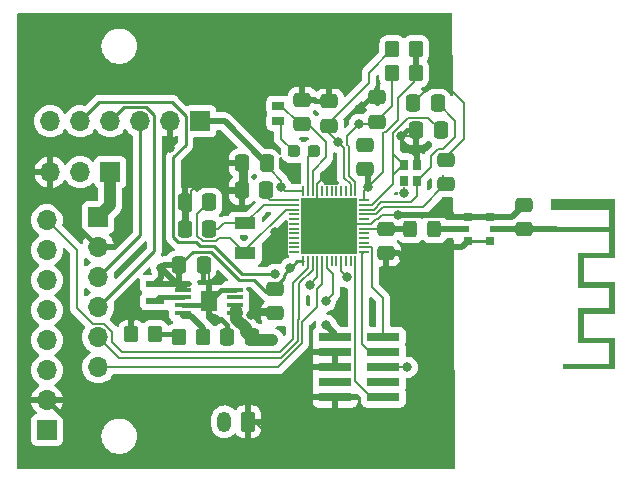
<source format=gbr>
%TF.GenerationSoftware,KiCad,Pcbnew,7.0.1*%
%TF.CreationDate,2023-11-12T22:26:15+01:00*%
%TF.ProjectId,pcbIOT,70636249-4f54-42e6-9b69-6361645f7063,rev?*%
%TF.SameCoordinates,Original*%
%TF.FileFunction,Copper,L1,Top*%
%TF.FilePolarity,Positive*%
%FSLAX46Y46*%
G04 Gerber Fmt 4.6, Leading zero omitted, Abs format (unit mm)*
G04 Created by KiCad (PCBNEW 7.0.1) date 2023-11-12 22:26:15*
%MOMM*%
%LPD*%
G01*
G04 APERTURE LIST*
G04 Aperture macros list*
%AMRoundRect*
0 Rectangle with rounded corners*
0 $1 Rounding radius*
0 $2 $3 $4 $5 $6 $7 $8 $9 X,Y pos of 4 corners*
0 Add a 4 corners polygon primitive as box body*
4,1,4,$2,$3,$4,$5,$6,$7,$8,$9,$2,$3,0*
0 Add four circle primitives for the rounded corners*
1,1,$1+$1,$2,$3*
1,1,$1+$1,$4,$5*
1,1,$1+$1,$6,$7*
1,1,$1+$1,$8,$9*
0 Add four rect primitives between the rounded corners*
20,1,$1+$1,$2,$3,$4,$5,0*
20,1,$1+$1,$4,$5,$6,$7,0*
20,1,$1+$1,$6,$7,$8,$9,0*
20,1,$1+$1,$8,$9,$2,$3,0*%
G04 Aperture macros list end*
%TA.AperFunction,SMDPad,CuDef*%
%ADD10R,0.580000X0.500000*%
%TD*%
%TA.AperFunction,SMDPad,CuDef*%
%ADD11R,0.800000X0.750000*%
%TD*%
%TA.AperFunction,SMDPad,CuDef*%
%ADD12RoundRect,0.250000X0.475000X-0.337500X0.475000X0.337500X-0.475000X0.337500X-0.475000X-0.337500X0*%
%TD*%
%TA.AperFunction,SMDPad,CuDef*%
%ADD13RoundRect,0.250000X-0.337500X-0.475000X0.337500X-0.475000X0.337500X0.475000X-0.337500X0.475000X0*%
%TD*%
%TA.AperFunction,SMDPad,CuDef*%
%ADD14R,0.850000X0.200000*%
%TD*%
%TA.AperFunction,SMDPad,CuDef*%
%ADD15R,0.200000X0.850000*%
%TD*%
%TA.AperFunction,SMDPad,CuDef*%
%ADD16R,4.700000X4.700000*%
%TD*%
%TA.AperFunction,SMDPad,CuDef*%
%ADD17RoundRect,0.250000X-0.325000X-0.450000X0.325000X-0.450000X0.325000X0.450000X-0.325000X0.450000X0*%
%TD*%
%TA.AperFunction,SMDPad,CuDef*%
%ADD18RoundRect,0.250000X0.337500X0.475000X-0.337500X0.475000X-0.337500X-0.475000X0.337500X-0.475000X0*%
%TD*%
%TA.AperFunction,ComponentPad*%
%ADD19R,1.700000X1.700000*%
%TD*%
%TA.AperFunction,ComponentPad*%
%ADD20O,1.700000X1.700000*%
%TD*%
%TA.AperFunction,SMDPad,CuDef*%
%ADD21R,1.400000X0.450000*%
%TD*%
%TA.AperFunction,SMDPad,CuDef*%
%ADD22R,1.450000X1.750000*%
%TD*%
%TA.AperFunction,ComponentPad*%
%ADD23RoundRect,0.250000X0.350000X0.625000X-0.350000X0.625000X-0.350000X-0.625000X0.350000X-0.625000X0*%
%TD*%
%TA.AperFunction,ComponentPad*%
%ADD24O,1.200000X1.750000*%
%TD*%
%TA.AperFunction,SMDPad,CuDef*%
%ADD25R,1.000000X0.675000*%
%TD*%
%TA.AperFunction,SMDPad,CuDef*%
%ADD26RoundRect,0.250000X0.350000X0.450000X-0.350000X0.450000X-0.350000X-0.450000X0.350000X-0.450000X0*%
%TD*%
%TA.AperFunction,SMDPad,CuDef*%
%ADD27R,2.790000X0.740000*%
%TD*%
%TA.AperFunction,SMDPad,CuDef*%
%ADD28R,0.800000X0.900000*%
%TD*%
%TA.AperFunction,SMDPad,CuDef*%
%ADD29R,1.600000X0.550000*%
%TD*%
%TA.AperFunction,SMDPad,CuDef*%
%ADD30RoundRect,0.250000X-0.475000X0.337500X-0.475000X-0.337500X0.475000X-0.337500X0.475000X0.337500X0*%
%TD*%
%TA.AperFunction,ConnectorPad*%
%ADD31R,0.500000X0.500000*%
%TD*%
%TA.AperFunction,ComponentPad*%
%ADD32R,0.500000X0.900000*%
%TD*%
%TA.AperFunction,SMDPad,CuDef*%
%ADD33RoundRect,0.237500X-0.287500X-0.237500X0.287500X-0.237500X0.287500X0.237500X-0.287500X0.237500X0*%
%TD*%
%TA.AperFunction,SMDPad,CuDef*%
%ADD34R,1.800000X1.000000*%
%TD*%
%TA.AperFunction,ViaPad*%
%ADD35C,0.800000*%
%TD*%
%TA.AperFunction,Conductor*%
%ADD36C,0.500000*%
%TD*%
%TA.AperFunction,Conductor*%
%ADD37C,0.250000*%
%TD*%
%TA.AperFunction,Conductor*%
%ADD38C,1.000000*%
%TD*%
%TA.AperFunction,Conductor*%
%ADD39C,0.200000*%
%TD*%
%TA.AperFunction,Conductor*%
%ADD40C,0.381000*%
%TD*%
%TA.AperFunction,Conductor*%
%ADD41C,0.400000*%
%TD*%
G04 APERTURE END LIST*
%TA.AperFunction,EtchedComponent*%
%TO.C,AE1*%
G36*
X153663215Y-67576000D02*
G01*
X158820000Y-67576000D01*
X158820000Y-72576000D01*
X156180000Y-72576000D01*
X156180000Y-74576000D01*
X158820000Y-74576000D01*
X158820000Y-77276000D01*
X156180000Y-77276000D01*
X156180000Y-79276000D01*
X158820000Y-79276000D01*
X158820000Y-81976000D01*
X154380000Y-81976000D01*
X154380000Y-81476000D01*
X158320000Y-81476000D01*
X158320000Y-79776000D01*
X155680000Y-79776000D01*
X155680000Y-76776000D01*
X158320000Y-76776000D01*
X158320000Y-75076000D01*
X155680000Y-75076000D01*
X155680000Y-72076000D01*
X158320000Y-72076000D01*
X158320000Y-70376000D01*
X153397224Y-70376000D01*
X153397224Y-69876000D01*
X158320000Y-69876000D01*
X158320000Y-68476000D01*
X153420000Y-68476000D01*
X153420000Y-68000844D01*
X153523957Y-68000844D01*
X153524700Y-68049363D01*
X153537600Y-68094878D01*
X153548213Y-68113489D01*
X153583447Y-68147132D01*
X153628632Y-68167691D01*
X153678158Y-68174222D01*
X153726417Y-68165782D01*
X153758643Y-68148888D01*
X153791313Y-68113628D01*
X153811408Y-68068318D01*
X153817982Y-68018733D01*
X153810092Y-67970647D01*
X153793186Y-67937755D01*
X153756416Y-67902815D01*
X153711622Y-67883153D01*
X153663215Y-67878417D01*
X153615605Y-67888258D01*
X153573203Y-67912326D01*
X153540419Y-67950269D01*
X153536065Y-67958181D01*
X153523957Y-68000844D01*
X153420000Y-68000844D01*
X153420000Y-67576000D01*
X153663215Y-67576000D01*
G37*
%TD.AperFunction*%
%TD*%
D10*
%TO.P,J6,OUT,OUT*%
%TO.N,Net-(AE1-A)*%
X148480000Y-70104000D03*
%TO.P,J6,IN,IN*%
%TO.N,Net-(J6-PadIN)*%
X146160000Y-70104000D03*
D11*
%TO.P,J6,GND4,GND__3*%
%TO.N,GND*%
X148270000Y-69079000D03*
%TO.P,J6,GND3,GND__2*%
X148270000Y-71129000D03*
%TO.P,J6,GND2,GND__1*%
X146370000Y-69079000D03*
%TO.P,J6,GND1,GND*%
X146370000Y-71129000D03*
%TD*%
D12*
%TO.P,C16,1*%
%TO.N,Net-(AE1-A)*%
X151130000Y-70125500D03*
%TO.P,C16,2*%
%TO.N,GND*%
X151130000Y-68050500D03*
%TD*%
D13*
%TO.P,C8,1*%
%TO.N,GND*%
X141964500Y-61722000D03*
%TO.P,C8,2*%
%TO.N,Net-(IC1-XC2)*%
X144039500Y-61722000D03*
%TD*%
D14*
%TO.P,IC1,1,DEC1*%
%TO.N,Net-(IC1-DEC1)*%
X131670000Y-67650000D03*
%TO.P,IC1,2,P0.00/XL1*%
%TO.N,Net-(IC1-P0.00{slash}XL1)*%
X131670000Y-68050000D03*
%TO.P,IC1,3,P0.01/XL2*%
%TO.N,Net-(IC1-P0.01{slash}XL2)*%
X131670000Y-68450000D03*
%TO.P,IC1,4,P0.02/AIN0*%
%TO.N,unconnected-(IC1-P0.02{slash}AIN0-Pad4)*%
X131670000Y-68850000D03*
%TO.P,IC1,5,P0.03/AIN1*%
%TO.N,unconnected-(IC1-P0.03{slash}AIN1-Pad5)*%
X131670000Y-69250000D03*
%TO.P,IC1,6,P0.04/AIN2*%
%TO.N,unconnected-(IC1-P0.04{slash}AIN2-Pad6)*%
X131670000Y-69650000D03*
%TO.P,IC1,7,P0.05/AIN3*%
%TO.N,unconnected-(IC1-P0.05{slash}AIN3-Pad7)*%
X131670000Y-70050000D03*
%TO.P,IC1,8,P0.06*%
%TO.N,unconnected-(IC1-P0.06-Pad8)*%
X131670000Y-70450000D03*
%TO.P,IC1,9,P0.07*%
%TO.N,unconnected-(IC1-P0.07-Pad9)*%
X131670000Y-70850000D03*
%TO.P,IC1,10,P0.08*%
%TO.N,unconnected-(IC1-P0.08-Pad10)*%
X131670000Y-71250000D03*
%TO.P,IC1,11,NFC1/P0.09*%
%TO.N,unconnected-(IC1-NFC1{slash}P0.09-Pad11)*%
X131670000Y-71650000D03*
%TO.P,IC1,12,NFC2/P0.10*%
%TO.N,unconnected-(IC1-NFC2{slash}P0.10-Pad12)*%
X131670000Y-72050000D03*
D15*
%TO.P,IC1,13,VDD_1*%
%TO.N,VDD*%
X132420000Y-72800000D03*
%TO.P,IC1,14,P0.11*%
%TO.N,Acc_int*%
X132820000Y-72800000D03*
%TO.P,IC1,15,P0.12*%
%TO.N,ToF1_INT*%
X133220000Y-72800000D03*
%TO.P,IC1,16,P0.13*%
%TO.N,ToF2_INT*%
X133620000Y-72800000D03*
%TO.P,IC1,17,P0.14/TRACEDATA[3]*%
%TO.N,ToF1_XSHUT*%
X134020000Y-72800000D03*
%TO.P,IC1,18,P0.15/TRACEDATA[2]*%
%TO.N,ToF2_XSHUT*%
X134420000Y-72800000D03*
%TO.P,IC1,19,P0.16/TRACEDATA[1]*%
%TO.N,unconnected-(IC1-P0.16{slash}TRACEDATA[1]-Pad19)*%
X134820000Y-72800000D03*
%TO.P,IC1,20,P0.17*%
%TO.N,unconnected-(IC1-P0.17-Pad20)*%
X135220000Y-72800000D03*
%TO.P,IC1,21,P0.18/TRACEDATA[0]/SWO*%
%TO.N,SWO*%
X135620000Y-72800000D03*
%TO.P,IC1,22,P0.19*%
%TO.N,unconnected-(IC1-P0.19-Pad22)*%
X136020000Y-72800000D03*
%TO.P,IC1,23,P0.20/TRACECLK*%
%TO.N,unconnected-(IC1-P0.20{slash}TRACECLK-Pad23)*%
X136420000Y-72800000D03*
%TO.P,IC1,24,P0.21/NRESET*%
%TO.N,NRESET*%
X136820000Y-72800000D03*
D14*
%TO.P,IC1,25,SWDCLK*%
%TO.N,SWDCLK*%
X137570000Y-72050000D03*
%TO.P,IC1,26,SWDIO*%
%TO.N,SWDIO*%
X137570000Y-71650000D03*
%TO.P,IC1,27,P0.22*%
%TO.N,unconnected-(IC1-P0.22-Pad27)*%
X137570000Y-71250000D03*
%TO.P,IC1,28,P0.23*%
%TO.N,unconnected-(IC1-P0.23-Pad28)*%
X137570000Y-70850000D03*
%TO.P,IC1,29,P0.24*%
%TO.N,unconnected-(IC1-P0.24-Pad29)*%
X137570000Y-70450000D03*
%TO.P,IC1,30,ANT*%
%TO.N,Net-(IC1-ANT)*%
X137570000Y-70050000D03*
%TO.P,IC1,31,VSS_1*%
%TO.N,GND*%
X137570000Y-69650000D03*
%TO.P,IC1,32,DEC2*%
%TO.N,unconnected-(IC1-DEC2-Pad32)*%
X137570000Y-69250000D03*
%TO.P,IC1,33,DEC3*%
%TO.N,Net-(IC1-DEC3)*%
X137570000Y-68850000D03*
%TO.P,IC1,34,XC1*%
%TO.N,Net-(IC1-XC1)*%
X137570000Y-68450000D03*
%TO.P,IC1,35,XC2*%
%TO.N,Net-(IC1-XC2)*%
X137570000Y-68050000D03*
%TO.P,IC1,36,VDD_2*%
%TO.N,VDD*%
X137570000Y-67650000D03*
D15*
%TO.P,IC1,37,P0.25*%
%TO.N,SCL*%
X136820000Y-66900000D03*
%TO.P,IC1,38,P0.26*%
%TO.N,SDA*%
X136420000Y-66900000D03*
%TO.P,IC1,39,P0.27*%
%TO.N,unconnected-(IC1-P0.27-Pad39)*%
X136020000Y-66900000D03*
%TO.P,IC1,40,P0.28/AIN4*%
%TO.N,unconnected-(IC1-P0.28{slash}AIN4-Pad40)*%
X135620000Y-66900000D03*
%TO.P,IC1,41,P0.29/AIN5*%
%TO.N,unconnected-(IC1-P0.29{slash}AIN5-Pad41)*%
X135220000Y-66900000D03*
%TO.P,IC1,42,P0.30/AIN6*%
%TO.N,unconnected-(IC1-P0.30{slash}AIN6-Pad42)*%
X134820000Y-66900000D03*
%TO.P,IC1,43,P0.31/AIN7*%
%TO.N,unconnected-(IC1-P0.31{slash}AIN7-Pad43)*%
X134420000Y-66900000D03*
%TO.P,IC1,44,NC*%
%TO.N,unconnected-(IC1-NC-Pad44)*%
X134020000Y-66900000D03*
%TO.P,IC1,45,VSS_2*%
%TO.N,GND*%
X133620000Y-66900000D03*
%TO.P,IC1,46,DEC4*%
%TO.N,Net-(IC1-DEC4)*%
X133220000Y-66900000D03*
%TO.P,IC1,47,DCC*%
%TO.N,Net-(IC1-DCC)*%
X132820000Y-66900000D03*
%TO.P,IC1,48,VDD_3*%
%TO.N,VDD*%
X132420000Y-66900000D03*
D16*
%TO.P,IC1,49,EP*%
%TO.N,GND*%
X134620000Y-69850000D03*
%TD*%
D17*
%TO.P,L4,1,1*%
%TO.N,Net-(IC1-ANT)*%
X141469000Y-70104000D03*
%TO.P,L4,2,2*%
%TO.N,Net-(J6-PadIN)*%
X143519000Y-70104000D03*
%TD*%
D12*
%TO.P,C6,1*%
%TO.N,VDD*%
X137668000Y-65045500D03*
%TO.P,C6,2*%
%TO.N,GND*%
X137668000Y-62970500D03*
%TD*%
D18*
%TO.P,C1,1*%
%TO.N,Net-(IC2-EN)*%
X128037500Y-79248000D03*
%TO.P,C1,2*%
%TO.N,GND*%
X125962500Y-79248000D03*
%TD*%
D13*
%TO.P,C2,1*%
%TO.N,VDD*%
X121898500Y-73152000D03*
%TO.P,C2,2*%
%TO.N,GND*%
X123973500Y-73152000D03*
%TD*%
D19*
%TO.P,J5,1,VIN*%
%TO.N,VDD*%
X123698000Y-60960000D03*
D20*
%TO.P,J5,2,GND*%
%TO.N,GND*%
X121158000Y-60960000D03*
%TO.P,J5,3,SCL*%
%TO.N,SCL*%
X118618000Y-60960000D03*
%TO.P,J5,4,SDA*%
%TO.N,SDA*%
X116078000Y-60960000D03*
%TO.P,J5,5,GPIO*%
%TO.N,ToF2_INT*%
X113538000Y-60960000D03*
%TO.P,J5,6,XSHUT*%
%TO.N,ToF2_XSHUT*%
X110998000Y-60960000D03*
%TD*%
D21*
%TO.P,IC2,1,VOS*%
%TO.N,VDD*%
X122260000Y-75225000D03*
%TO.P,IC2,2,SW*%
%TO.N,Net-(IC2-SW)*%
X122260000Y-75875000D03*
%TO.P,IC2,3,MODE*%
%TO.N,GND*%
X122260000Y-76525000D03*
%TO.P,IC2,4,VSET*%
%TO.N,Net-(IC2-VSET)*%
X122260000Y-77175000D03*
%TO.P,IC2,5,EN*%
%TO.N,Net-(IC2-EN)*%
X126660000Y-77175000D03*
%TO.P,IC2,6,VIN*%
X126660000Y-76525000D03*
%TO.P,IC2,7,NC*%
%TO.N,unconnected-(IC2-NC-Pad7)*%
X126660000Y-75875000D03*
%TO.P,IC2,8,GND_1*%
%TO.N,GND*%
X126660000Y-75225000D03*
D22*
%TO.P,IC2,9,GND_2*%
X124460000Y-76200000D03*
%TD*%
D23*
%TO.P,J1,1,GND*%
%TO.N,GND*%
X127746000Y-86402000D03*
D24*
%TO.P,J1,2,VIN_BATT*%
%TO.N,Net-(IC2-EN)*%
X125746000Y-86402000D03*
%TD*%
D25*
%TO.P,L3,1,1*%
%TO.N,Net-(IC1-DEC4)*%
X130302000Y-59636000D03*
%TO.P,L3,2,2*%
%TO.N,Net-(L2-Pad1)*%
X130302000Y-60960000D03*
%TD*%
D12*
%TO.P,C13,1*%
%TO.N,SCL*%
X138684000Y-61003000D03*
%TO.P,C13,2*%
%TO.N,GND*%
X138684000Y-58928000D03*
%TD*%
D26*
%TO.P,R3,1*%
%TO.N,VDD*%
X141970000Y-56896000D03*
%TO.P,R3,2*%
%TO.N,SCL*%
X139970000Y-56896000D03*
%TD*%
D12*
%TO.P,C7,1*%
%TO.N,Net-(IC1-DEC4)*%
X132334000Y-61235500D03*
%TO.P,C7,2*%
%TO.N,GND*%
X132334000Y-59160500D03*
%TD*%
D18*
%TO.P,C15,1*%
%TO.N,Net-(IC1-P0.01{slash}XL2)*%
X124460000Y-67818000D03*
%TO.P,C15,2*%
%TO.N,GND*%
X122385000Y-67818000D03*
%TD*%
D19*
%TO.P,J4,1,VIN*%
%TO.N,VDD*%
X115062000Y-69088000D03*
D20*
%TO.P,J4,2,GND*%
%TO.N,GND*%
X115062000Y-71628000D03*
%TO.P,J4,3,SCL*%
%TO.N,SCL*%
X115062000Y-74168000D03*
%TO.P,J4,4,SDA*%
%TO.N,SDA*%
X115062000Y-76708000D03*
%TO.P,J4,5,GPIO*%
%TO.N,ToF1_INT*%
X115062000Y-79248000D03*
%TO.P,J4,6,XSHUT*%
%TO.N,ToF1_XSHUT*%
X115062000Y-81788000D03*
%TD*%
D27*
%TO.P,Debug_in1,1,1*%
%TO.N,VDD*%
X135122000Y-79248000D03*
%TO.P,Debug_in1,2,2*%
%TO.N,SWDIO*%
X139192000Y-79248000D03*
%TO.P,Debug_in1,3,3*%
%TO.N,GND*%
X135122000Y-80518000D03*
%TO.P,Debug_in1,4,4*%
%TO.N,SWDCLK*%
X139192000Y-80518000D03*
%TO.P,Debug_in1,5,5*%
%TO.N,GND*%
X135122000Y-81788000D03*
%TO.P,Debug_in1,6,6*%
%TO.N,SWO*%
X139192000Y-81788000D03*
%TO.P,Debug_in1,7,7*%
%TO.N,unconnected-(Debug_in1-Pad7)*%
X135122000Y-83058000D03*
%TO.P,Debug_in1,8,8*%
%TO.N,unconnected-(Debug_in1-Pad8)*%
X139192000Y-83058000D03*
%TO.P,Debug_in1,9,9*%
%TO.N,GND*%
X135122000Y-84328000D03*
%TO.P,Debug_in1,10,10*%
%TO.N,NRESET*%
X139192000Y-84328000D03*
%TD*%
D28*
%TO.P,X1,1,1*%
%TO.N,Net-(IC1-XC2)*%
X140928000Y-64640000D03*
%TO.P,X1,2,2*%
%TO.N,GND*%
X140928000Y-66040000D03*
%TO.P,X1,3,3*%
%TO.N,Net-(IC1-XC1)*%
X142028000Y-66040000D03*
%TO.P,X1,4,4*%
%TO.N,GND*%
X142028000Y-64640000D03*
%TD*%
D26*
%TO.P,R1,1*%
%TO.N,Net-(IC2-VSET)*%
X123936000Y-79248000D03*
%TO.P,R1,2*%
%TO.N,Net-(R1-Pad2)*%
X121936000Y-79248000D03*
%TD*%
D13*
%TO.P,C9,1*%
%TO.N,GND*%
X141710500Y-59436000D03*
%TO.P,C9,2*%
%TO.N,Net-(IC1-XC1)*%
X143785500Y-59436000D03*
%TD*%
D29*
%TO.P,L1,1,1*%
%TO.N,VDD*%
X119888000Y-74750000D03*
%TO.P,L1,2,2*%
%TO.N,Net-(IC2-SW)*%
X119888000Y-76200000D03*
%TD*%
D12*
%TO.P,C12,1*%
%TO.N,SDA*%
X134620000Y-61362500D03*
%TO.P,C12,2*%
%TO.N,GND*%
X134620000Y-59287500D03*
%TD*%
D30*
%TO.P,C10,1*%
%TO.N,GND*%
X144526000Y-64240500D03*
%TO.P,C10,2*%
%TO.N,Net-(IC1-DEC3)*%
X144526000Y-66315500D03*
%TD*%
D31*
%TO.P,AE1,1,A*%
%TO.N,Net-(AE1-A)*%
X153670000Y-70126000D03*
D32*
%TO.P,AE1,2*%
%TO.N,N/C*%
X153670000Y-68026000D03*
%TD*%
D30*
%TO.P,C11,1*%
%TO.N,Net-(IC1-ANT)*%
X139446000Y-70082500D03*
%TO.P,C11,2*%
%TO.N,GND*%
X139446000Y-72157500D03*
%TD*%
%TO.P,C4,1*%
%TO.N,VDD*%
X130048000Y-75162500D03*
%TO.P,C4,2*%
%TO.N,GND*%
X130048000Y-77237500D03*
%TD*%
D33*
%TO.P,L2,1,1*%
%TO.N,Net-(L2-Pad1)*%
X131600000Y-63500000D03*
%TO.P,L2,2,2*%
%TO.N,Net-(IC1-DCC)*%
X133350000Y-63500000D03*
%TD*%
D34*
%TO.P,X2,1,1*%
%TO.N,Net-(IC1-P0.00{slash}XL1)*%
X127508000Y-69616000D03*
%TO.P,X2,2,2*%
%TO.N,Net-(IC1-P0.01{slash}XL2)*%
X127508000Y-72116000D03*
%TD*%
D26*
%TO.P,R2,1*%
%TO.N,VDD*%
X141970000Y-54864000D03*
%TO.P,R2,2*%
%TO.N,SDA*%
X139970000Y-54864000D03*
%TD*%
%TO.P,R4,1*%
%TO.N,Net-(R1-Pad2)*%
X119872000Y-78994000D03*
%TO.P,R4,2*%
%TO.N,GND*%
X117872000Y-78994000D03*
%TD*%
D19*
%TO.P,J2,1,VCC*%
%TO.N,VDD*%
X110719000Y-87107000D03*
D20*
%TO.P,J2,2,GND*%
%TO.N,GND*%
X110719000Y-84567000D03*
%TO.P,J2,3,SCL*%
%TO.N,SCL*%
X110719000Y-82027000D03*
%TO.P,J2,4,SDA*%
%TO.N,SDA*%
X110719000Y-79487000D03*
%TO.P,J2,5,XDA*%
%TO.N,unconnected-(J2-Pin_5-Pad5)*%
X110719000Y-76947000D03*
%TO.P,J2,6,XCL*%
%TO.N,unconnected-(J2-Pin_6-Pad6)*%
X110719000Y-74407000D03*
%TO.P,J2,7,AD0*%
%TO.N,Net-(J2-Pin_7)*%
X110719000Y-71867000D03*
%TO.P,J2,8,INT*%
%TO.N,Acc_int*%
X110719000Y-69327000D03*
%TD*%
D13*
%TO.P,C3,1*%
%TO.N,GND*%
X127219500Y-66802000D03*
%TO.P,C3,2*%
%TO.N,Net-(IC1-DEC1)*%
X129294500Y-66802000D03*
%TD*%
D18*
%TO.P,C5,1*%
%TO.N,VDD*%
X129307500Y-64516000D03*
%TO.P,C5,2*%
%TO.N,GND*%
X127232500Y-64516000D03*
%TD*%
D19*
%TO.P,J3,1,Pin_1*%
%TO.N,VDD*%
X116078000Y-65278000D03*
D20*
%TO.P,J3,2,Pin_2*%
%TO.N,Net-(J2-Pin_7)*%
X113538000Y-65278000D03*
%TO.P,J3,3,Pin_3*%
%TO.N,GND*%
X110998000Y-65278000D03*
%TD*%
D18*
%TO.P,C14,1*%
%TO.N,Net-(IC1-P0.00{slash}XL1)*%
X124460000Y-70104000D03*
%TO.P,C14,2*%
%TO.N,GND*%
X122385000Y-70104000D03*
%TD*%
D35*
%TO.N,Net-(IC2-EN)*%
X129794000Y-79502000D03*
%TO.N,GND*%
X124714000Y-57404000D03*
X120904000Y-83566000D03*
X118110000Y-77470000D03*
X122428000Y-86614000D03*
X140928000Y-67056000D03*
X130302000Y-88392000D03*
X124968000Y-77724000D03*
X121158000Y-63246000D03*
X142240000Y-87376000D03*
X140716000Y-62230000D03*
X137668000Y-62970500D03*
X140462000Y-68917500D03*
X140970000Y-72644000D03*
X144272000Y-57658000D03*
X113030000Y-67818000D03*
X112522000Y-57150000D03*
X110490000Y-62992000D03*
X134366000Y-65532000D03*
X137160000Y-59944000D03*
X130048000Y-70358000D03*
X117602000Y-68072000D03*
X113538000Y-86360000D03*
X128016000Y-77386500D03*
X135890000Y-57150000D03*
X124968000Y-65786000D03*
%TO.N,VDD*%
X137922000Y-66548000D03*
X134366000Y-78232000D03*
X131318000Y-73406000D03*
X120396000Y-73406000D03*
X130556000Y-66548000D03*
%TO.N,SDA*%
X135382000Y-62738000D03*
%TO.N,SCL*%
X137160000Y-61214000D03*
%TO.N,SWO*%
X136120500Y-74168000D03*
X141224000Y-81788000D03*
%TO.N,ToF2_INT*%
X132950122Y-74784122D03*
X130048000Y-73914000D03*
%TO.N,ToF2_XSHUT*%
X134303500Y-76200000D03*
%TD*%
D36*
%TO.N,Net-(AE1-A)*%
X148501500Y-70125500D02*
X148480000Y-70104000D01*
X151130000Y-70125500D02*
X148501500Y-70125500D01*
X151130500Y-70126000D02*
X151130000Y-70125500D01*
X153670000Y-70126000D02*
X151130500Y-70126000D01*
%TO.N,GND*%
X150101500Y-69079000D02*
X151130000Y-68050500D01*
X148270000Y-69079000D02*
X150101500Y-69079000D01*
X151359000Y-68050500D02*
X151130000Y-68050500D01*
X144618500Y-68917500D02*
X140462000Y-68917500D01*
X144780000Y-69079000D02*
X144618500Y-68917500D01*
X148656000Y-69079000D02*
X144780000Y-69079000D01*
%TO.N,Net-(J6-PadIN)*%
X143519000Y-70104000D02*
X146160000Y-70104000D01*
D37*
%TO.N,GND*%
X148270000Y-71129000D02*
X146370000Y-71129000D01*
D36*
X146370000Y-71129000D02*
X145871000Y-71628000D01*
X141986000Y-71628000D02*
X140970000Y-72644000D01*
X145871000Y-71628000D02*
X141986000Y-71628000D01*
D38*
%TO.N,Net-(IC2-EN)*%
X129794000Y-79502000D02*
X128291500Y-79502000D01*
X127560365Y-78770865D02*
X127560365Y-78486500D01*
X126759000Y-77685135D02*
X126759000Y-76962000D01*
X127560365Y-78486500D02*
X126759000Y-77685135D01*
X128291500Y-79502000D02*
X127560365Y-78770865D01*
D39*
%TO.N,GND*%
X127746000Y-86402000D02*
X128312000Y-86402000D01*
D36*
X140483500Y-72157500D02*
X140970000Y-72644000D01*
D39*
X142028000Y-64050000D02*
X140716000Y-62738000D01*
D40*
X117872000Y-78994000D02*
X117872000Y-77708000D01*
X124460000Y-77216000D02*
X124968000Y-77724000D01*
D39*
X142028000Y-64436000D02*
X142028000Y-64050000D01*
X138595000Y-69250000D02*
X138195000Y-69650000D01*
X133620000Y-68850000D02*
X134620000Y-69850000D01*
X138717058Y-69250000D02*
X138595000Y-69250000D01*
D40*
X125446000Y-77724000D02*
X125962500Y-78240500D01*
D39*
X133604000Y-68834000D02*
X133620000Y-68850000D01*
D41*
X112512000Y-86360000D02*
X113538000Y-86360000D01*
D40*
X126660000Y-75225000D02*
X125435000Y-75225000D01*
X138684000Y-59436000D02*
X138684000Y-58928000D01*
X127495000Y-67043000D02*
X127482000Y-67056000D01*
X124968000Y-77724000D02*
X125446000Y-77724000D01*
D39*
X133620000Y-66900000D02*
X133620000Y-66278000D01*
D40*
X124135000Y-76525000D02*
X124460000Y-76200000D01*
D36*
X122495000Y-70451000D02*
X122495000Y-67928000D01*
X122495000Y-67928000D02*
X122385000Y-67818000D01*
D39*
X144272000Y-57658000D02*
X146050000Y-59436000D01*
D40*
X127495000Y-65024000D02*
X127495000Y-67043000D01*
D39*
X140928000Y-67056000D02*
X140928000Y-66486000D01*
X122882183Y-68464040D02*
X122575611Y-68770612D01*
X133620000Y-66278000D02*
X134366000Y-65532000D01*
X140462000Y-68917500D02*
X139049558Y-68917500D01*
X143488500Y-57658000D02*
X144272000Y-57658000D01*
X124460000Y-73419000D02*
X124460000Y-76200000D01*
D40*
X140716000Y-62230000D02*
X141224000Y-61722000D01*
D39*
X146050000Y-62471000D02*
X144272000Y-64249000D01*
D40*
X124460000Y-76200000D02*
X124460000Y-77216000D01*
X141224000Y-61722000D02*
X141964500Y-61722000D01*
D41*
X110719000Y-84567000D02*
X112512000Y-86360000D01*
D39*
X128312000Y-86402000D02*
X130302000Y-88392000D01*
X139049558Y-68917500D02*
X138717058Y-69250000D01*
X123952000Y-65786000D02*
X122882183Y-66855817D01*
D40*
X128427500Y-76975000D02*
X130048000Y-76975000D01*
D39*
X122882183Y-66855817D02*
X122882183Y-68464040D01*
D36*
X139446000Y-72157500D02*
X140483500Y-72157500D01*
D39*
X133620000Y-66900000D02*
X133604000Y-68834000D01*
X141710500Y-59436000D02*
X141964500Y-59690000D01*
D40*
X128016000Y-77386500D02*
X128427500Y-76975000D01*
X110998000Y-67564000D02*
X110998000Y-65278000D01*
D39*
X124473000Y-73406000D02*
X124460000Y-73419000D01*
X146050000Y-59436000D02*
X146050000Y-62471000D01*
X140716000Y-62738000D02*
X140716000Y-62230000D01*
X134820000Y-69650000D02*
X134620000Y-69850000D01*
D40*
X125435000Y-75225000D02*
X124460000Y-76200000D01*
D39*
X141710500Y-59436000D02*
X143488500Y-57658000D01*
D40*
X122260000Y-76525000D02*
X124135000Y-76525000D01*
X138176000Y-58928000D02*
X137160000Y-59944000D01*
X125962500Y-78240500D02*
X125962500Y-79248000D01*
D39*
X124968000Y-65786000D02*
X126238000Y-67056000D01*
D40*
X121158000Y-63246000D02*
X121158000Y-60960000D01*
D39*
X124968000Y-65786000D02*
X123952000Y-65786000D01*
X141973000Y-62230000D02*
X140716000Y-62230000D01*
D40*
X138684000Y-58928000D02*
X138176000Y-58928000D01*
D39*
X137570000Y-69650000D02*
X134820000Y-69650000D01*
X126238000Y-67056000D02*
X127482000Y-67056000D01*
X138195000Y-69650000D02*
X137570000Y-69650000D01*
D40*
X115062000Y-71628000D02*
X110998000Y-67564000D01*
X117872000Y-77708000D02*
X118110000Y-77470000D01*
D39*
%TO.N,VDD*%
X141795000Y-57658000D02*
X141795000Y-57071000D01*
D37*
X129562305Y-75425000D02*
X129286000Y-75425000D01*
D39*
X139192000Y-61976000D02*
X139277500Y-61890500D01*
X132420000Y-66900000D02*
X130908000Y-66900000D01*
D36*
X120396000Y-73406000D02*
X122190000Y-75200000D01*
D37*
X130773000Y-74214305D02*
X129562305Y-75425000D01*
D36*
X137922000Y-66548000D02*
X137922000Y-65545000D01*
X121898500Y-75200000D02*
X122285000Y-75200000D01*
D37*
X124582000Y-72004000D02*
X123046500Y-72004000D01*
D39*
X141795000Y-57071000D02*
X141970000Y-56896000D01*
X140462000Y-58991000D02*
X141795000Y-57658000D01*
X139386817Y-61890500D02*
X140462000Y-60815317D01*
X137570000Y-67650000D02*
X137570000Y-66900000D01*
X130556000Y-66002591D02*
X129577409Y-65024000D01*
D37*
X132395000Y-72800000D02*
X131924000Y-72800000D01*
D36*
X125751500Y-60960000D02*
X123698000Y-60960000D01*
D39*
X139192000Y-65278000D02*
X139192000Y-61976000D01*
D38*
X116078000Y-68072000D02*
X115062000Y-69088000D01*
D36*
X120396000Y-74242000D02*
X120396000Y-73406000D01*
D39*
X139277500Y-61890500D02*
X139386817Y-61890500D01*
D36*
X135122000Y-78988000D02*
X134366000Y-78232000D01*
X141970000Y-56896000D02*
X141970000Y-54864000D01*
D39*
X130556000Y-66548000D02*
X130556000Y-66002591D01*
D37*
X128225000Y-74364000D02*
X126942000Y-74364000D01*
D39*
X122260000Y-75225000D02*
X122735000Y-74750000D01*
D37*
X123046500Y-72004000D02*
X121898500Y-73152000D01*
D36*
X129045000Y-65024000D02*
X129045000Y-64253500D01*
X121898500Y-73152000D02*
X120650000Y-73152000D01*
X119888000Y-74750000D02*
X120396000Y-74242000D01*
D38*
X116078000Y-65278000D02*
X116078000Y-68072000D01*
D36*
X121898500Y-73152000D02*
X121898500Y-75200000D01*
X129045000Y-64253500D02*
X125751500Y-60960000D01*
X122190000Y-75200000D02*
X122260000Y-75200000D01*
X120650000Y-73152000D02*
X120396000Y-73406000D01*
D37*
X131924000Y-72800000D02*
X130773000Y-73951000D01*
X129286000Y-75425000D02*
X128225000Y-74364000D01*
D36*
X119888000Y-74750000D02*
X122735000Y-74750000D01*
D39*
X140462000Y-60815317D02*
X140462000Y-58991000D01*
X137570000Y-66900000D02*
X139192000Y-65278000D01*
X135122000Y-79248000D02*
X135122000Y-78988000D01*
D36*
X137922000Y-65545000D02*
X137668000Y-65291000D01*
D39*
X130908000Y-66900000D02*
X130556000Y-66548000D01*
D37*
X126942000Y-74364000D02*
X124582000Y-72004000D01*
D39*
X129577409Y-65024000D02*
X129045000Y-65024000D01*
D37*
X130773000Y-73951000D02*
X130773000Y-74214305D01*
D39*
%TO.N,Net-(IC1-DEC1)*%
X129626000Y-67650000D02*
X129032000Y-67056000D01*
X131670000Y-67650000D02*
X129626000Y-67650000D01*
%TO.N,Net-(IC1-DEC4)*%
X134366000Y-64008000D02*
X133220000Y-65154000D01*
X130556000Y-59636000D02*
X132020000Y-61100000D01*
X132020000Y-61100000D02*
X132715000Y-61100000D01*
X132715000Y-61100000D02*
X134366000Y-62751000D01*
X133220000Y-65154000D02*
X133220000Y-66900000D01*
X134366000Y-62751000D02*
X134366000Y-64008000D01*
%TO.N,Net-(IC1-XC2)*%
X140778000Y-64708000D02*
X140928000Y-64708000D01*
X141259050Y-60697000D02*
X140016000Y-61940050D01*
X137570000Y-68050000D02*
X138220000Y-68050000D01*
X140016000Y-65470000D02*
X140778000Y-64708000D01*
X143014500Y-60697000D02*
X141259050Y-60697000D01*
X144039500Y-61722000D02*
X143014500Y-60697000D01*
X140016000Y-63728000D02*
X140928000Y-64640000D01*
X140016000Y-66254000D02*
X140016000Y-65470000D01*
X140016000Y-63728000D02*
X140016000Y-65470000D01*
X140016000Y-61940050D02*
X140016000Y-63728000D01*
X138220000Y-68050000D02*
X140016000Y-66254000D01*
%TO.N,Net-(IC1-XC1)*%
X144256657Y-63353000D02*
X145288000Y-62321657D01*
X139017686Y-67818000D02*
X141520000Y-67818000D01*
X145288000Y-62321657D02*
X145288000Y-60938500D01*
X143256000Y-64812000D02*
X143256000Y-63920183D01*
X138385686Y-68450000D02*
X139017686Y-67818000D01*
X142028000Y-66040000D02*
X143256000Y-64812000D01*
X143823183Y-63353000D02*
X144256657Y-63353000D01*
X145288000Y-60938500D02*
X143785500Y-59436000D01*
X138469843Y-68365843D02*
X138385686Y-68450000D01*
X143256000Y-63920183D02*
X143823183Y-63353000D01*
X141520000Y-67818000D02*
X142028000Y-67310000D01*
X137570000Y-68450000D02*
X138385686Y-68450000D01*
X142028000Y-67310000D02*
X142028000Y-66040000D01*
%TO.N,Net-(IC1-DEC3)*%
X137570000Y-68850000D02*
X138551372Y-68850000D01*
X142523686Y-68218000D02*
X144272000Y-66469686D01*
X139183372Y-68218000D02*
X142523686Y-68218000D01*
X138551372Y-68850000D02*
X139183372Y-68218000D01*
X144272000Y-66469686D02*
X144272000Y-65532000D01*
D36*
%TO.N,Net-(IC1-ANT)*%
X140961000Y-70104000D02*
X139205000Y-70104000D01*
D39*
X137570000Y-70050000D02*
X141183000Y-70050000D01*
X141183000Y-70050000D02*
X141224000Y-70091000D01*
D36*
X139205000Y-70104000D02*
X139192000Y-70091000D01*
D39*
%TO.N,SDA*%
X137992000Y-57728000D02*
X134620000Y-61100000D01*
D37*
X119793000Y-71977000D02*
X115062000Y-76708000D01*
D39*
X136420000Y-66275000D02*
X136420000Y-66900000D01*
D37*
X117253000Y-59785000D02*
X119104701Y-59785000D01*
D39*
X139970000Y-54864000D02*
X137992000Y-56842000D01*
D37*
X119793000Y-60473299D02*
X119793000Y-71977000D01*
X116078000Y-60960000D02*
X117253000Y-59785000D01*
D39*
X134620000Y-61100000D02*
X134620000Y-61976000D01*
X137992000Y-56842000D02*
X137992000Y-57728000D01*
D37*
X119104701Y-59785000D02*
X119793000Y-60473299D01*
D39*
X134620000Y-61976000D02*
X135890000Y-63246000D01*
X135890000Y-63246000D02*
X135890000Y-65745000D01*
X135890000Y-65745000D02*
X136420000Y-66275000D01*
%TO.N,SCL*%
X136144000Y-62230000D02*
X137160000Y-61214000D01*
X136290000Y-63080315D02*
X136144000Y-62934315D01*
D37*
X118618000Y-60960000D02*
X118618000Y-70612000D01*
D39*
X136820000Y-66900000D02*
X136820000Y-66109314D01*
X136290000Y-65579314D02*
X136290000Y-63080315D01*
X137160000Y-61214000D02*
X138404000Y-61214000D01*
X139954000Y-56912000D02*
X139970000Y-56896000D01*
X136820000Y-66109314D02*
X136290000Y-65579314D01*
X139954000Y-59664000D02*
X139954000Y-56912000D01*
X136144000Y-62934315D02*
X136144000Y-62230000D01*
D37*
X118618000Y-70612000D02*
X115062000Y-74168000D01*
D39*
X138404000Y-61214000D02*
X139954000Y-59664000D01*
%TO.N,Net-(IC1-P0.00{slash}XL1)*%
X125710000Y-69616000D02*
X125222000Y-70104000D01*
X127508000Y-69616000D02*
X129074000Y-68050000D01*
X127508000Y-69616000D02*
X125710000Y-69616000D01*
X129074000Y-68050000D02*
X131670000Y-68050000D01*
X125222000Y-70104000D02*
X124460000Y-70104000D01*
%TO.N,Net-(IC1-P0.01{slash}XL2)*%
X126258000Y-70866000D02*
X127508000Y-72116000D01*
X125025317Y-71129000D02*
X125288317Y-70866000D01*
X124460000Y-67818000D02*
X123444000Y-68834000D01*
X127508000Y-71887000D02*
X130945000Y-68450000D01*
X130945000Y-68450000D02*
X131670000Y-68450000D01*
X123894683Y-71129000D02*
X125025317Y-71129000D01*
X127508000Y-72116000D02*
X127508000Y-71887000D01*
X123444000Y-70678317D02*
X123894683Y-71129000D01*
X123444000Y-68834000D02*
X123444000Y-70678317D01*
X127508000Y-71882000D02*
X127508000Y-72116000D01*
X125288317Y-70866000D02*
X126258000Y-70866000D01*
%TO.N,SWDIO*%
X138245000Y-74999000D02*
X139192000Y-75946000D01*
X138245000Y-71700000D02*
X138245000Y-74999000D01*
X138195000Y-71650000D02*
X138245000Y-71700000D01*
X137570000Y-71650000D02*
X138195000Y-71650000D01*
X139192000Y-75946000D02*
X139192000Y-79248000D01*
%TO.N,SWDCLK*%
X139192000Y-80518000D02*
X138097000Y-80518000D01*
X138097000Y-80518000D02*
X137414000Y-79835000D01*
X137414000Y-72206000D02*
X137570000Y-72050000D01*
X137414000Y-79835000D02*
X137414000Y-72206000D01*
%TO.N,SWO*%
X135620000Y-73667500D02*
X135620000Y-72800000D01*
X136120500Y-74168000D02*
X135620000Y-73667500D01*
X139192000Y-81788000D02*
X141224000Y-81788000D01*
%TO.N,NRESET*%
X136820000Y-82981000D02*
X136820000Y-72800000D01*
X139192000Y-84328000D02*
X138167000Y-84328000D01*
X138167000Y-84328000D02*
X136820000Y-82981000D01*
%TO.N,Acc_int*%
X132820000Y-72800000D02*
X132820000Y-73359314D01*
X114585654Y-78098000D02*
X113284000Y-76796346D01*
X116212000Y-79636000D02*
X116212000Y-78771654D01*
X113284000Y-76796346D02*
X113284000Y-71882000D01*
X113274000Y-71882000D02*
X110719000Y-69327000D01*
X131534000Y-79424628D02*
X130440628Y-80518000D01*
X113284000Y-71882000D02*
X113274000Y-71882000D01*
X115538346Y-78098000D02*
X114585654Y-78098000D01*
X130440628Y-80518000D02*
X117094000Y-80518000D01*
X131534000Y-74645314D02*
X131534000Y-79424628D01*
X117094000Y-80518000D02*
X116212000Y-79636000D01*
X132820000Y-73359314D02*
X131534000Y-74645314D01*
X116212000Y-78771654D02*
X115538346Y-78098000D01*
%TO.N,ToF1_INT*%
X132080000Y-74665000D02*
X133220000Y-73525000D01*
X116840000Y-81026000D02*
X130498314Y-81026000D01*
X132080000Y-77666315D02*
X132080000Y-74665000D01*
X115062000Y-79248000D02*
X116840000Y-81026000D01*
X130498314Y-81026000D02*
X131934000Y-79590314D01*
X133220000Y-73525000D02*
X133220000Y-72800000D01*
X131934000Y-79590314D02*
X131934000Y-77812315D01*
X131934000Y-77812315D02*
X132080000Y-77666315D01*
%TO.N,ToF2_INT*%
X133620000Y-74114244D02*
X133620000Y-72800000D01*
D37*
X122457183Y-60481183D02*
X121311000Y-59335000D01*
X124894000Y-71554000D02*
X123718643Y-71554000D01*
X123718643Y-71554000D02*
X123318643Y-71154000D01*
X121809327Y-71154000D02*
X121412000Y-70756673D01*
X127254000Y-73914000D02*
X124894000Y-71554000D01*
D39*
X132950122Y-74784122D02*
X133620000Y-74114244D01*
D37*
X121412000Y-70756673D02*
X121412000Y-64017305D01*
X121311000Y-59335000D02*
X115163000Y-59335000D01*
X123318643Y-71154000D02*
X121809327Y-71154000D01*
X122457183Y-62972122D02*
X122457183Y-60481183D01*
X115163000Y-59335000D02*
X113538000Y-60960000D01*
X130048000Y-73914000D02*
X127254000Y-73914000D01*
X121412000Y-64017305D02*
X122457183Y-62972122D01*
D39*
%TO.N,ToF1_XSHUT*%
X134020000Y-74768000D02*
X134020000Y-72898000D01*
X133604000Y-75184000D02*
X134020000Y-74768000D01*
X132334000Y-79756000D02*
X132334000Y-77978000D01*
X133604000Y-76708000D02*
X133604000Y-75184000D01*
X130302000Y-81788000D02*
X132334000Y-79756000D01*
X115062000Y-81788000D02*
X130302000Y-81788000D01*
X132334000Y-77978000D02*
X133604000Y-76708000D01*
%TO.N,ToF2_XSHUT*%
X134936000Y-73875314D02*
X134420000Y-73359314D01*
X134420000Y-73359314D02*
X134420000Y-72800000D01*
X134303500Y-76200000D02*
X134936000Y-75567500D01*
X134936000Y-75567500D02*
X134936000Y-73875314D01*
%TO.N,Net-(IC1-DCC)*%
X132820000Y-64030000D02*
X132820000Y-66900000D01*
X133350000Y-63500000D02*
X132820000Y-64030000D01*
D40*
%TO.N,Net-(IC2-SW)*%
X122260000Y-75875000D02*
X120213000Y-75875000D01*
X120213000Y-75875000D02*
X119888000Y-76200000D01*
D36*
%TO.N,Net-(IC2-VSET)*%
X123936000Y-78470000D02*
X123936000Y-79248000D01*
X122260000Y-77470000D02*
X122936000Y-77470000D01*
X122936000Y-77470000D02*
X123936000Y-78470000D01*
D39*
%TO.N,Net-(J2-Pin_7)*%
X113538000Y-65024000D02*
X113538000Y-65278000D01*
%TO.N,Net-(L2-Pad1)*%
X130556000Y-60960000D02*
X130556000Y-62456000D01*
X130556000Y-62456000D02*
X131600000Y-63500000D01*
D40*
%TO.N,Net-(R1-Pad2)*%
X121682000Y-78994000D02*
X121936000Y-79248000D01*
X119872000Y-78994000D02*
X121682000Y-78994000D01*
%TD*%
%TA.AperFunction,Conductor*%
%TO.N,GND*%
G36*
X144977216Y-51832986D02*
G01*
X145022569Y-51878061D01*
X145039434Y-51939739D01*
X145080886Y-58696565D01*
X145061986Y-58763132D01*
X145010358Y-58809205D01*
X144942078Y-58820438D01*
X144878411Y-58793333D01*
X144839183Y-58736331D01*
X144807814Y-58641666D01*
X144715712Y-58492344D01*
X144715711Y-58492342D01*
X144591657Y-58368288D01*
X144442334Y-58276186D01*
X144275797Y-58221000D01*
X144173009Y-58210500D01*
X143397991Y-58210500D01*
X143295203Y-58221000D01*
X143128665Y-58276186D01*
X142979342Y-58368288D01*
X142855286Y-58492344D01*
X142853242Y-58495659D01*
X142808135Y-58538837D01*
X142747704Y-58554558D01*
X142687274Y-58538835D01*
X142642168Y-58495656D01*
X142640316Y-58492654D01*
X142516345Y-58368683D01*
X142427885Y-58314121D01*
X142385413Y-58270268D01*
X142369014Y-58211463D01*
X142382664Y-58151959D01*
X142423053Y-58106181D01*
X142460626Y-58092447D01*
X142459905Y-58090271D01*
X142472797Y-58085999D01*
X142639334Y-58030814D01*
X142788656Y-57938712D01*
X142912712Y-57814656D01*
X143004814Y-57665334D01*
X143059999Y-57498797D01*
X143070500Y-57396009D01*
X143070499Y-56395992D01*
X143059999Y-56293203D01*
X143004814Y-56126666D01*
X142965925Y-56063616D01*
X142912712Y-55977343D01*
X142903051Y-55967683D01*
X142870955Y-55912095D01*
X142870955Y-55847905D01*
X142903051Y-55792317D01*
X142912712Y-55782656D01*
X142952752Y-55717740D01*
X143004814Y-55633334D01*
X143059999Y-55466797D01*
X143070500Y-55364009D01*
X143070499Y-54363992D01*
X143059999Y-54261203D01*
X143004814Y-54094666D01*
X142912712Y-53945344D01*
X142912711Y-53945342D01*
X142788657Y-53821288D01*
X142639334Y-53729186D01*
X142472797Y-53674000D01*
X142370009Y-53663500D01*
X141569991Y-53663500D01*
X141467203Y-53674000D01*
X141300665Y-53729186D01*
X141151342Y-53821288D01*
X141057681Y-53914950D01*
X141002094Y-53947044D01*
X140937906Y-53947044D01*
X140882319Y-53914950D01*
X140788657Y-53821288D01*
X140639334Y-53729186D01*
X140472797Y-53674000D01*
X140370009Y-53663500D01*
X139569991Y-53663500D01*
X139467203Y-53674000D01*
X139300665Y-53729186D01*
X139151342Y-53821288D01*
X139027288Y-53945342D01*
X138935186Y-54094665D01*
X138880000Y-54261202D01*
X138869500Y-54363991D01*
X138869500Y-55063902D01*
X138860061Y-55111355D01*
X138833181Y-55151583D01*
X137600965Y-56383798D01*
X137588774Y-56394490D01*
X137563721Y-56413715D01*
X137563719Y-56413716D01*
X137563718Y-56413718D01*
X137508288Y-56485956D01*
X137482874Y-56519075D01*
X137467462Y-56539161D01*
X137406956Y-56685237D01*
X137386317Y-56841999D01*
X137390439Y-56873301D01*
X137391500Y-56889487D01*
X137391500Y-57427903D01*
X137382061Y-57475356D01*
X137355181Y-57515584D01*
X136036132Y-58834631D01*
X135982283Y-58866245D01*
X135919855Y-58867608D01*
X135864678Y-58838373D01*
X135830745Y-58785954D01*
X135779357Y-58630877D01*
X135687316Y-58481654D01*
X135563345Y-58357683D01*
X135414122Y-58265642D01*
X135247696Y-58210493D01*
X135144979Y-58200000D01*
X134870000Y-58200000D01*
X134870000Y-59413500D01*
X134853387Y-59475500D01*
X134808000Y-59520887D01*
X134746000Y-59537500D01*
X133479000Y-59537500D01*
X133417000Y-59520887D01*
X133371613Y-59475500D01*
X133355000Y-59413500D01*
X133355000Y-59410500D01*
X132208000Y-59410500D01*
X132146000Y-59393887D01*
X132100613Y-59348500D01*
X132084000Y-59286500D01*
X132084000Y-58073001D01*
X131809021Y-58073001D01*
X131706304Y-58083493D01*
X131539877Y-58138642D01*
X131390654Y-58230683D01*
X131266683Y-58354654D01*
X131174642Y-58503877D01*
X131119493Y-58670303D01*
X131114899Y-58715274D01*
X131096712Y-58768360D01*
X131056986Y-58807993D01*
X131003858Y-58826057D01*
X130948208Y-58818852D01*
X130909485Y-58804409D01*
X130889613Y-58802272D01*
X130849873Y-58798000D01*
X130849869Y-58798000D01*
X129754130Y-58798000D01*
X129694515Y-58804409D01*
X129559669Y-58854704D01*
X129444454Y-58940954D01*
X129358204Y-59056168D01*
X129307909Y-59191016D01*
X129301500Y-59250630D01*
X129301500Y-60021369D01*
X129307909Y-60080984D01*
X129312079Y-60092164D01*
X129358204Y-60215831D01*
X129363503Y-60222909D01*
X129364087Y-60223689D01*
X129385985Y-60271640D01*
X129385986Y-60324354D01*
X129364089Y-60372305D01*
X129358204Y-60380165D01*
X129307909Y-60515014D01*
X129301500Y-60574630D01*
X129301500Y-61345369D01*
X129307909Y-61404984D01*
X129319551Y-61436198D01*
X129358204Y-61539831D01*
X129444454Y-61655046D01*
X129559669Y-61741296D01*
X129694517Y-61791591D01*
X129754127Y-61798000D01*
X129831500Y-61798000D01*
X129893500Y-61814613D01*
X129938887Y-61860000D01*
X129955500Y-61922000D01*
X129955500Y-62408513D01*
X129954439Y-62424699D01*
X129950317Y-62456000D01*
X129955500Y-62495360D01*
X129955500Y-62495361D01*
X129970956Y-62612762D01*
X130031463Y-62758840D01*
X130127716Y-62884281D01*
X130152768Y-62903503D01*
X130164964Y-62914199D01*
X130538181Y-63287416D01*
X130565061Y-63327644D01*
X130574500Y-63375097D01*
X130574500Y-63691658D01*
X130555274Y-63757979D01*
X130503557Y-63803734D01*
X130435387Y-63814734D01*
X130371903Y-63787567D01*
X130332794Y-63730661D01*
X130329814Y-63721666D01*
X130237712Y-63572344D01*
X130237711Y-63572342D01*
X130113657Y-63448288D01*
X129964334Y-63356186D01*
X129797797Y-63301000D01*
X129695009Y-63290500D01*
X129194729Y-63290500D01*
X129147276Y-63281061D01*
X129107048Y-63254181D01*
X126327228Y-60474360D01*
X126315446Y-60460727D01*
X126301109Y-60441469D01*
X126263166Y-60409631D01*
X126255191Y-60402323D01*
X126251282Y-60398414D01*
X126251281Y-60398413D01*
X126251277Y-60398409D01*
X126226923Y-60379152D01*
X126224147Y-60376890D01*
X126165751Y-60327890D01*
X126149321Y-60317422D01*
X126080191Y-60285186D01*
X126076947Y-60283615D01*
X126008806Y-60249394D01*
X125990403Y-60242997D01*
X125915711Y-60227574D01*
X125912192Y-60226794D01*
X125837990Y-60209208D01*
X125818621Y-60207229D01*
X125742369Y-60209448D01*
X125738763Y-60209500D01*
X125172499Y-60209500D01*
X125110499Y-60192887D01*
X125065112Y-60147500D01*
X125048499Y-60085500D01*
X125048499Y-60062130D01*
X125044576Y-60025635D01*
X125042091Y-60002517D01*
X124991796Y-59867669D01*
X124905546Y-59752454D01*
X124790331Y-59666204D01*
X124655483Y-59615909D01*
X124595873Y-59609500D01*
X124595869Y-59609500D01*
X122800130Y-59609500D01*
X122740513Y-59615909D01*
X122622884Y-59659782D01*
X122553193Y-59664766D01*
X122491871Y-59631281D01*
X122174365Y-59313775D01*
X121811802Y-58951211D01*
X121798906Y-58935113D01*
X121747775Y-58887098D01*
X121744978Y-58884387D01*
X121725470Y-58864879D01*
X121722290Y-58862412D01*
X121713424Y-58854839D01*
X121681582Y-58824938D01*
X121664024Y-58815285D01*
X121647764Y-58804604D01*
X121631936Y-58792327D01*
X121591851Y-58774980D01*
X121581361Y-58769841D01*
X121543091Y-58748802D01*
X121523691Y-58743821D01*
X121505284Y-58737519D01*
X121486897Y-58729562D01*
X121443758Y-58722729D01*
X121432324Y-58720361D01*
X121390019Y-58709500D01*
X121369984Y-58709500D01*
X121350586Y-58707973D01*
X121343162Y-58706797D01*
X121330805Y-58704840D01*
X121330804Y-58704840D01*
X121304484Y-58707328D01*
X121287325Y-58708950D01*
X121275656Y-58709500D01*
X115245741Y-58709500D01*
X115225237Y-58707236D01*
X115155145Y-58709439D01*
X115151251Y-58709500D01*
X115123648Y-58709500D01*
X115119653Y-58710004D01*
X115108029Y-58710918D01*
X115064368Y-58712290D01*
X115045128Y-58717880D01*
X115026081Y-58721825D01*
X115006209Y-58724335D01*
X114965599Y-58740413D01*
X114954554Y-58744194D01*
X114912610Y-58756381D01*
X114895365Y-58766579D01*
X114877904Y-58775133D01*
X114859267Y-58782512D01*
X114823931Y-58808185D01*
X114814174Y-58814595D01*
X114776580Y-58836829D01*
X114762413Y-58850996D01*
X114747624Y-58863626D01*
X114731413Y-58875404D01*
X114703572Y-58909058D01*
X114695711Y-58917697D01*
X113993646Y-59619762D01*
X113938058Y-59651856D01*
X113873872Y-59651856D01*
X113813221Y-59635604D01*
X113773405Y-59624936D01*
X113538000Y-59604340D01*
X113302592Y-59624936D01*
X113074336Y-59686097D01*
X112860170Y-59785965D01*
X112666598Y-59921505D01*
X112499505Y-60088598D01*
X112369575Y-60274159D01*
X112325257Y-60313025D01*
X112268000Y-60327036D01*
X112210743Y-60313025D01*
X112166425Y-60274159D01*
X112093189Y-60169567D01*
X112036495Y-60088599D01*
X111869401Y-59921505D01*
X111675830Y-59785965D01*
X111461663Y-59686097D01*
X111400501Y-59669709D01*
X111233407Y-59624936D01*
X110998000Y-59604340D01*
X110762592Y-59624936D01*
X110534336Y-59686097D01*
X110320170Y-59785965D01*
X110126598Y-59921505D01*
X109959505Y-60088598D01*
X109823965Y-60282170D01*
X109724097Y-60496336D01*
X109662936Y-60724592D01*
X109642340Y-60960000D01*
X109662936Y-61195407D01*
X109703118Y-61345369D01*
X109724097Y-61423663D01*
X109823965Y-61637830D01*
X109959505Y-61831401D01*
X110126599Y-61998495D01*
X110320170Y-62134035D01*
X110534337Y-62233903D01*
X110762592Y-62295063D01*
X110998000Y-62315659D01*
X111233408Y-62295063D01*
X111461663Y-62233903D01*
X111675830Y-62134035D01*
X111869401Y-61998495D01*
X112036495Y-61831401D01*
X112166426Y-61645839D01*
X112210743Y-61606975D01*
X112268000Y-61592964D01*
X112325257Y-61606975D01*
X112369573Y-61645839D01*
X112499505Y-61831401D01*
X112666599Y-61998495D01*
X112860170Y-62134035D01*
X113074337Y-62233903D01*
X113302592Y-62295063D01*
X113538000Y-62315659D01*
X113773408Y-62295063D01*
X114001663Y-62233903D01*
X114215830Y-62134035D01*
X114409401Y-61998495D01*
X114576495Y-61831401D01*
X114706426Y-61645839D01*
X114750743Y-61606975D01*
X114808000Y-61592964D01*
X114865257Y-61606975D01*
X114909573Y-61645839D01*
X115039505Y-61831401D01*
X115206599Y-61998495D01*
X115400170Y-62134035D01*
X115614337Y-62233903D01*
X115842592Y-62295063D01*
X116078000Y-62315659D01*
X116313408Y-62295063D01*
X116541663Y-62233903D01*
X116755830Y-62134035D01*
X116949401Y-61998495D01*
X117116495Y-61831401D01*
X117246426Y-61645839D01*
X117290743Y-61606975D01*
X117348000Y-61592964D01*
X117405257Y-61606975D01*
X117449573Y-61645839D01*
X117579505Y-61831401D01*
X117746599Y-61998495D01*
X117939625Y-62133653D01*
X117978489Y-62177970D01*
X117992500Y-62235227D01*
X117992500Y-70301547D01*
X117983061Y-70349000D01*
X117956181Y-70389228D01*
X116503727Y-71841681D01*
X116463499Y-71868561D01*
X116416046Y-71878000D01*
X114936000Y-71878000D01*
X114874000Y-71861387D01*
X114828613Y-71816000D01*
X114812000Y-71754000D01*
X114812000Y-71502000D01*
X114828613Y-71440000D01*
X114874000Y-71394613D01*
X114936000Y-71378000D01*
X116392636Y-71378000D01*
X116392635Y-71377999D01*
X116335430Y-71164507D01*
X116235599Y-70950421D01*
X116100109Y-70756921D01*
X115978053Y-70634865D01*
X115946757Y-70582119D01*
X115944568Y-70520826D01*
X115972021Y-70465981D01*
X116022398Y-70431003D01*
X116154331Y-70381796D01*
X116269546Y-70295546D01*
X116355796Y-70180331D01*
X116406091Y-70045483D01*
X116412500Y-69985873D01*
X116412499Y-69203780D01*
X116421938Y-69156328D01*
X116448815Y-69116103D01*
X116775390Y-68789528D01*
X116777560Y-68787412D01*
X116841053Y-68727059D01*
X116874759Y-68678630D01*
X116880428Y-68671113D01*
X116886216Y-68664015D01*
X116917698Y-68625407D01*
X116931783Y-68598439D01*
X116939918Y-68585015D01*
X116946373Y-68575740D01*
X116957295Y-68560049D01*
X116980568Y-68505815D01*
X116984598Y-68497331D01*
X116997607Y-68472429D01*
X117011909Y-68445049D01*
X117020278Y-68415797D01*
X117025534Y-68401032D01*
X117037540Y-68373058D01*
X117049418Y-68315256D01*
X117051651Y-68306156D01*
X117067887Y-68249418D01*
X117070197Y-68219077D01*
X117072376Y-68203535D01*
X117078500Y-68173741D01*
X117078500Y-68114758D01*
X117078858Y-68105344D01*
X117078964Y-68103946D01*
X117083337Y-68046524D01*
X117079493Y-68016348D01*
X117078500Y-68000683D01*
X117078500Y-66692142D01*
X117088512Y-66643330D01*
X117116929Y-66602400D01*
X117159165Y-66575961D01*
X117161651Y-66575033D01*
X117170331Y-66571796D01*
X117285546Y-66485546D01*
X117371796Y-66370331D01*
X117422091Y-66235483D01*
X117428500Y-66175873D01*
X117428499Y-64380128D01*
X117422091Y-64320517D01*
X117371796Y-64185669D01*
X117285546Y-64070454D01*
X117170331Y-63984204D01*
X117035483Y-63933909D01*
X116975873Y-63927500D01*
X116975869Y-63927500D01*
X115180130Y-63927500D01*
X115120515Y-63933909D01*
X114985669Y-63984204D01*
X114870454Y-64070454D01*
X114784204Y-64185669D01*
X114735189Y-64317083D01*
X114700209Y-64367462D01*
X114645365Y-64394915D01*
X114584072Y-64392726D01*
X114531326Y-64361430D01*
X114409404Y-64239508D01*
X114409403Y-64239507D01*
X114409401Y-64239505D01*
X114215830Y-64103965D01*
X114001663Y-64004097D01*
X113940501Y-63987709D01*
X113773407Y-63942936D01*
X113538000Y-63922340D01*
X113302592Y-63942936D01*
X113074336Y-64004097D01*
X112860170Y-64103965D01*
X112666598Y-64239505D01*
X112499508Y-64406595D01*
X112499505Y-64406598D01*
X112499505Y-64406599D01*
X112419952Y-64520213D01*
X112369269Y-64592596D01*
X112324951Y-64631461D01*
X112267694Y-64645472D01*
X112210437Y-64631461D01*
X112166119Y-64592595D01*
X112036109Y-64406921D01*
X111869081Y-64239893D01*
X111675576Y-64104399D01*
X111461492Y-64004569D01*
X111248000Y-63947364D01*
X111248000Y-66608635D01*
X111461492Y-66551430D01*
X111675576Y-66451600D01*
X111869081Y-66316106D01*
X112036109Y-66149078D01*
X112166119Y-65963405D01*
X112210437Y-65924539D01*
X112267694Y-65910528D01*
X112324951Y-65924539D01*
X112369267Y-65963402D01*
X112499505Y-66149401D01*
X112666599Y-66316495D01*
X112860170Y-66452035D01*
X113074337Y-66551903D01*
X113302592Y-66613063D01*
X113538000Y-66633659D01*
X113773408Y-66613063D01*
X114001663Y-66551903D01*
X114215830Y-66452035D01*
X114409401Y-66316495D01*
X114531329Y-66194566D01*
X114584072Y-66163273D01*
X114645365Y-66161084D01*
X114700209Y-66188537D01*
X114735189Y-66238916D01*
X114753787Y-66288780D01*
X114784204Y-66370331D01*
X114870454Y-66485546D01*
X114985669Y-66571796D01*
X114993478Y-66574708D01*
X114996835Y-66575961D01*
X115039071Y-66602400D01*
X115067488Y-66643330D01*
X115077500Y-66692142D01*
X115077500Y-67606216D01*
X115068059Y-67653673D01*
X115041175Y-67693903D01*
X115033890Y-67701187D01*
X114993664Y-67728063D01*
X114946215Y-67737500D01*
X114164130Y-67737500D01*
X114104515Y-67743909D01*
X113969669Y-67794204D01*
X113854454Y-67880454D01*
X113768204Y-67995668D01*
X113723786Y-68114758D01*
X113717909Y-68130517D01*
X113715496Y-68152965D01*
X113711500Y-68190130D01*
X113711500Y-69985869D01*
X113717909Y-70045484D01*
X113743056Y-70112906D01*
X113768204Y-70180331D01*
X113854454Y-70295546D01*
X113969669Y-70381796D01*
X114101598Y-70431002D01*
X114151978Y-70465981D01*
X114179431Y-70520825D01*
X114177242Y-70582118D01*
X114145947Y-70634865D01*
X114023888Y-70756924D01*
X113888400Y-70950421D01*
X113788569Y-71164507D01*
X113763256Y-71258978D01*
X113731162Y-71314565D01*
X113675574Y-71346659D01*
X113611387Y-71346659D01*
X113555800Y-71314565D01*
X112051766Y-69810531D01*
X112019672Y-69754943D01*
X112019672Y-69690756D01*
X112034005Y-69637265D01*
X112054063Y-69562408D01*
X112074659Y-69327000D01*
X112054063Y-69091592D01*
X111992903Y-68863337D01*
X111893035Y-68649171D01*
X111757495Y-68455599D01*
X111590401Y-68288505D01*
X111396830Y-68152965D01*
X111182663Y-68053097D01*
X111121501Y-68036709D01*
X110954407Y-67991936D01*
X110719000Y-67971340D01*
X110483592Y-67991936D01*
X110255336Y-68053097D01*
X110041170Y-68152965D01*
X109847598Y-68288505D01*
X109680505Y-68455598D01*
X109544965Y-68649170D01*
X109445097Y-68863336D01*
X109383936Y-69091592D01*
X109363340Y-69327000D01*
X109383936Y-69562407D01*
X109418327Y-69690756D01*
X109445097Y-69790663D01*
X109544965Y-70004830D01*
X109680505Y-70198401D01*
X109847599Y-70365495D01*
X110033160Y-70495426D01*
X110072024Y-70539743D01*
X110086035Y-70597000D01*
X110072024Y-70654257D01*
X110033158Y-70698575D01*
X109980882Y-70735180D01*
X109847595Y-70828508D01*
X109680505Y-70995598D01*
X109544965Y-71189170D01*
X109445097Y-71403336D01*
X109383936Y-71631592D01*
X109363340Y-71866999D01*
X109383936Y-72102407D01*
X109413785Y-72213803D01*
X109445097Y-72330663D01*
X109544965Y-72544830D01*
X109680505Y-72738401D01*
X109847599Y-72905495D01*
X110033160Y-73035426D01*
X110072024Y-73079743D01*
X110086035Y-73137000D01*
X110072024Y-73194257D01*
X110033158Y-73238575D01*
X109961859Y-73288500D01*
X109847595Y-73368508D01*
X109680505Y-73535598D01*
X109544965Y-73729170D01*
X109445097Y-73943336D01*
X109383936Y-74171592D01*
X109363340Y-74407000D01*
X109383936Y-74642407D01*
X109411789Y-74746356D01*
X109445097Y-74870663D01*
X109544965Y-75084830D01*
X109680505Y-75278401D01*
X109847599Y-75445495D01*
X110033160Y-75575426D01*
X110072024Y-75619743D01*
X110086035Y-75677000D01*
X110072024Y-75734257D01*
X110033158Y-75778575D01*
X109863215Y-75897571D01*
X109847595Y-75908508D01*
X109680505Y-76075598D01*
X109544965Y-76269170D01*
X109445097Y-76483336D01*
X109383936Y-76711592D01*
X109363340Y-76946999D01*
X109383936Y-77182407D01*
X109423657Y-77330647D01*
X109445097Y-77410663D01*
X109544965Y-77624830D01*
X109680505Y-77818401D01*
X109847599Y-77985495D01*
X110033160Y-78115426D01*
X110072024Y-78159743D01*
X110086035Y-78217000D01*
X110072024Y-78274257D01*
X110033159Y-78318575D01*
X109847595Y-78448508D01*
X109680505Y-78615598D01*
X109544965Y-78809170D01*
X109445097Y-79023336D01*
X109383936Y-79251592D01*
X109363340Y-79487000D01*
X109383936Y-79722407D01*
X109420893Y-79860331D01*
X109445097Y-79950663D01*
X109544965Y-80164830D01*
X109680505Y-80358401D01*
X109847599Y-80525495D01*
X110033160Y-80655426D01*
X110072024Y-80699743D01*
X110086035Y-80757000D01*
X110072024Y-80814257D01*
X110033159Y-80858575D01*
X109847595Y-80988508D01*
X109680505Y-81155598D01*
X109544965Y-81349170D01*
X109445097Y-81563336D01*
X109383936Y-81791592D01*
X109363340Y-82026999D01*
X109383936Y-82262407D01*
X109413581Y-82373043D01*
X109445097Y-82490663D01*
X109544965Y-82704830D01*
X109680505Y-82898401D01*
X109847599Y-83065495D01*
X110033597Y-83195732D01*
X110072460Y-83240048D01*
X110086471Y-83297305D01*
X110072461Y-83354561D01*
X110033595Y-83398880D01*
X109847919Y-83528892D01*
X109680890Y-83695921D01*
X109545400Y-83889421D01*
X109445569Y-84103507D01*
X109388364Y-84316999D01*
X109388364Y-84317000D01*
X112049636Y-84317000D01*
X112049635Y-84316999D01*
X111992430Y-84103507D01*
X111892599Y-83889421D01*
X111757109Y-83695921D01*
X111590081Y-83528893D01*
X111404404Y-83398880D01*
X111365539Y-83354562D01*
X111351528Y-83297305D01*
X111365539Y-83240048D01*
X111404402Y-83195732D01*
X111590401Y-83065495D01*
X111757495Y-82898401D01*
X111893035Y-82704830D01*
X111992903Y-82490663D01*
X112054063Y-82262408D01*
X112074659Y-82027000D01*
X112070219Y-81976257D01*
X112054063Y-81791592D01*
X112053100Y-81787999D01*
X111992903Y-81563337D01*
X111893035Y-81349171D01*
X111757495Y-81155599D01*
X111590401Y-80988505D01*
X111404839Y-80858573D01*
X111365974Y-80814255D01*
X111351964Y-80756999D01*
X111365975Y-80699742D01*
X111404837Y-80655428D01*
X111590401Y-80525495D01*
X111757495Y-80358401D01*
X111893035Y-80164830D01*
X111992903Y-79950663D01*
X112054063Y-79722408D01*
X112074659Y-79487000D01*
X112054063Y-79251592D01*
X111992903Y-79023337D01*
X111893035Y-78809171D01*
X111757495Y-78615599D01*
X111590401Y-78448505D01*
X111404839Y-78318573D01*
X111365975Y-78274257D01*
X111351964Y-78217000D01*
X111365975Y-78159743D01*
X111404839Y-78115426D01*
X111590401Y-77985495D01*
X111757495Y-77818401D01*
X111893035Y-77624830D01*
X111992903Y-77410663D01*
X112054063Y-77182408D01*
X112074659Y-76947000D01*
X112054063Y-76711592D01*
X111992903Y-76483337D01*
X111893035Y-76269171D01*
X111757495Y-76075599D01*
X111590401Y-75908505D01*
X111404839Y-75778573D01*
X111365975Y-75734257D01*
X111351964Y-75677000D01*
X111365975Y-75619743D01*
X111404839Y-75575426D01*
X111590401Y-75445495D01*
X111757495Y-75278401D01*
X111893035Y-75084830D01*
X111992903Y-74870663D01*
X112054063Y-74642408D01*
X112074659Y-74407000D01*
X112054063Y-74171592D01*
X111992903Y-73943337D01*
X111893035Y-73729171D01*
X111757495Y-73535599D01*
X111590401Y-73368505D01*
X111404839Y-73238573D01*
X111365975Y-73194257D01*
X111351964Y-73137000D01*
X111365975Y-73079743D01*
X111404839Y-73035426D01*
X111590401Y-72905495D01*
X111757495Y-72738401D01*
X111893035Y-72544830D01*
X111992903Y-72330663D01*
X112054063Y-72102408D01*
X112074659Y-71867000D01*
X112072222Y-71839157D01*
X112081608Y-71779898D01*
X112117715Y-71731982D01*
X112172090Y-71706626D01*
X112232005Y-71709766D01*
X112283432Y-71740667D01*
X112647181Y-72104416D01*
X112674061Y-72144644D01*
X112683500Y-72192097D01*
X112683500Y-76748859D01*
X112682439Y-76765045D01*
X112678317Y-76796346D01*
X112684781Y-76845436D01*
X112684781Y-76845437D01*
X112698956Y-76953108D01*
X112759463Y-77099186D01*
X112855716Y-77224627D01*
X112880768Y-77243849D01*
X112892964Y-77254545D01*
X113946436Y-78308017D01*
X113976461Y-78356694D01*
X113981446Y-78413669D01*
X113960330Y-78466821D01*
X113887965Y-78570169D01*
X113788097Y-78784336D01*
X113726936Y-79012592D01*
X113706340Y-79248000D01*
X113726936Y-79483407D01*
X113757319Y-79596797D01*
X113788097Y-79711663D01*
X113887965Y-79925830D01*
X114023505Y-80119401D01*
X114190599Y-80286495D01*
X114376160Y-80416426D01*
X114415024Y-80460743D01*
X114429035Y-80518000D01*
X114415024Y-80575257D01*
X114376159Y-80619575D01*
X114190595Y-80749508D01*
X114023505Y-80916598D01*
X113887965Y-81110170D01*
X113788097Y-81324336D01*
X113726936Y-81552592D01*
X113706340Y-81787999D01*
X113726936Y-82023407D01*
X113768637Y-82179035D01*
X113788097Y-82251663D01*
X113887965Y-82465830D01*
X114023505Y-82659401D01*
X114190599Y-82826495D01*
X114384170Y-82962035D01*
X114598337Y-83061903D01*
X114826592Y-83123063D01*
X115062000Y-83143659D01*
X115297408Y-83123063D01*
X115525663Y-83061903D01*
X115739830Y-82962035D01*
X115933401Y-82826495D01*
X116100495Y-82659401D01*
X116236035Y-82465830D01*
X116238709Y-82460094D01*
X116284466Y-82407919D01*
X116351091Y-82388500D01*
X130254513Y-82388500D01*
X130270697Y-82389560D01*
X130302000Y-82393682D01*
X130458762Y-82373044D01*
X130586300Y-82320216D01*
X130642888Y-82296777D01*
X130666013Y-82265596D01*
X130730282Y-82216282D01*
X130749509Y-82191223D01*
X130760190Y-82179043D01*
X132171233Y-80768000D01*
X133227000Y-80768000D01*
X133227000Y-80935824D01*
X133233402Y-80995377D01*
X133276030Y-81109667D01*
X133283848Y-81153000D01*
X133276030Y-81196333D01*
X133233402Y-81310622D01*
X133227000Y-81370176D01*
X133227000Y-81538000D01*
X134872000Y-81538000D01*
X134872000Y-80768000D01*
X133227000Y-80768000D01*
X132171233Y-80768000D01*
X132725043Y-80214190D01*
X132737223Y-80203509D01*
X132762282Y-80184282D01*
X132858536Y-80058841D01*
X132919044Y-79912762D01*
X132922995Y-79882750D01*
X132939682Y-79756000D01*
X132935560Y-79724697D01*
X132934500Y-79708513D01*
X132934500Y-78278097D01*
X132943939Y-78230644D01*
X132970816Y-78190418D01*
X133289747Y-77871487D01*
X133346585Y-77839068D01*
X133412017Y-77840095D01*
X133467814Y-77874287D01*
X133498436Y-77932120D01*
X133495355Y-77997488D01*
X133480326Y-78043743D01*
X133460540Y-78232000D01*
X133474641Y-78366171D01*
X133464957Y-78428757D01*
X133425632Y-78478398D01*
X133369454Y-78520452D01*
X133283204Y-78635668D01*
X133232909Y-78770516D01*
X133226500Y-78830130D01*
X133226500Y-79665869D01*
X133232909Y-79725484D01*
X133275763Y-79840381D01*
X133283581Y-79883714D01*
X133275763Y-79927047D01*
X133233402Y-80040622D01*
X133227000Y-80100176D01*
X133227000Y-80268000D01*
X135248000Y-80268000D01*
X135310000Y-80284613D01*
X135355387Y-80330000D01*
X135372000Y-80392000D01*
X135372000Y-81914000D01*
X135355387Y-81976000D01*
X135310000Y-82021387D01*
X135248000Y-82038000D01*
X133227000Y-82038000D01*
X133227000Y-82205824D01*
X133233402Y-82265377D01*
X133275763Y-82378952D01*
X133283581Y-82422285D01*
X133275763Y-82465618D01*
X133232909Y-82580514D01*
X133226500Y-82640130D01*
X133226500Y-83475869D01*
X133232909Y-83535484D01*
X133275763Y-83650381D01*
X133283581Y-83693714D01*
X133275763Y-83737047D01*
X133233402Y-83850622D01*
X133227000Y-83910176D01*
X133227000Y-84078000D01*
X137016403Y-84078000D01*
X137063856Y-84087439D01*
X137104084Y-84114319D01*
X137260181Y-84270416D01*
X137287061Y-84310644D01*
X137296500Y-84358097D01*
X137296500Y-84745869D01*
X137302909Y-84805484D01*
X137328056Y-84872906D01*
X137353204Y-84940331D01*
X137439454Y-85055546D01*
X137554669Y-85141796D01*
X137689517Y-85192091D01*
X137749127Y-85198500D01*
X140634872Y-85198499D01*
X140694483Y-85192091D01*
X140829331Y-85141796D01*
X140944546Y-85055546D01*
X141030796Y-84940331D01*
X141081091Y-84805483D01*
X141087500Y-84745873D01*
X141087499Y-83910128D01*
X141081091Y-83850517D01*
X141038502Y-83736332D01*
X141030685Y-83693000D01*
X141038502Y-83649668D01*
X141081091Y-83535483D01*
X141087500Y-83475873D01*
X141087499Y-82812499D01*
X141104112Y-82750500D01*
X141149499Y-82705113D01*
X141211499Y-82688500D01*
X141318648Y-82688500D01*
X141455547Y-82659401D01*
X141503803Y-82649144D01*
X141676730Y-82572151D01*
X141788889Y-82490663D01*
X141829870Y-82460889D01*
X141956533Y-82320216D01*
X142051179Y-82156284D01*
X142094353Y-82023408D01*
X142109674Y-81976256D01*
X142129460Y-81788000D01*
X142109674Y-81599744D01*
X142051179Y-81419716D01*
X142051179Y-81419715D01*
X141956533Y-81255783D01*
X141829870Y-81115110D01*
X141676730Y-81003848D01*
X141503802Y-80926855D01*
X141318648Y-80887500D01*
X141318646Y-80887500D01*
X141211499Y-80887500D01*
X141149499Y-80870887D01*
X141104112Y-80825500D01*
X141087499Y-80763500D01*
X141087499Y-80100130D01*
X141083378Y-80061796D01*
X141081091Y-80040517D01*
X141038500Y-79926326D01*
X141030684Y-79883000D01*
X141038502Y-79839668D01*
X141069709Y-79756000D01*
X141081090Y-79725487D01*
X141081090Y-79725485D01*
X141081091Y-79725483D01*
X141087500Y-79665873D01*
X141087499Y-78830128D01*
X141081091Y-78770517D01*
X141030796Y-78635669D01*
X140944546Y-78520454D01*
X140829331Y-78434204D01*
X140694483Y-78383909D01*
X140634873Y-78377500D01*
X140634869Y-78377500D01*
X139916500Y-78377500D01*
X139854500Y-78360887D01*
X139809113Y-78315500D01*
X139792500Y-78253500D01*
X139792500Y-75993487D01*
X139793561Y-75977301D01*
X139794635Y-75969144D01*
X139797682Y-75946000D01*
X139777044Y-75789238D01*
X139716536Y-75643159D01*
X139692843Y-75612282D01*
X139658446Y-75567454D01*
X139620282Y-75517717D01*
X139595229Y-75498494D01*
X139583034Y-75487799D01*
X138881819Y-74786584D01*
X138854939Y-74746356D01*
X138845500Y-74698903D01*
X138845500Y-73369000D01*
X138862113Y-73307000D01*
X138907500Y-73261613D01*
X138969500Y-73245000D01*
X139196000Y-73245000D01*
X139196000Y-72407500D01*
X139696000Y-72407500D01*
X139696000Y-73244999D01*
X139970979Y-73244999D01*
X140073695Y-73234506D01*
X140240122Y-73179357D01*
X140389345Y-73087316D01*
X140513316Y-72963345D01*
X140605357Y-72814122D01*
X140660506Y-72647696D01*
X140671000Y-72544979D01*
X140671000Y-72407500D01*
X139696000Y-72407500D01*
X139196000Y-72407500D01*
X139196000Y-72031500D01*
X139212613Y-71969500D01*
X139258000Y-71924113D01*
X139320000Y-71907500D01*
X140670999Y-71907500D01*
X140670999Y-71770021D01*
X140660506Y-71667304D01*
X140605357Y-71500877D01*
X140513316Y-71351654D01*
X140389344Y-71227682D01*
X140386343Y-71225831D01*
X140343162Y-71180723D01*
X140327440Y-71120290D01*
X140343164Y-71059858D01*
X140386344Y-71014754D01*
X140389656Y-71012712D01*
X140389658Y-71012709D01*
X140400030Y-71006313D01*
X140451926Y-70988558D01*
X140506403Y-70994927D01*
X140552804Y-71024173D01*
X140675342Y-71146711D01*
X140675344Y-71146712D01*
X140824666Y-71238814D01*
X140923964Y-71271718D01*
X140991202Y-71293999D01*
X141001702Y-71295071D01*
X141093991Y-71304500D01*
X141844008Y-71304499D01*
X141946797Y-71293999D01*
X142113334Y-71238814D01*
X142262656Y-71146712D01*
X142386712Y-71022656D01*
X142388460Y-71019821D01*
X142433568Y-70976640D01*
X142494000Y-70960917D01*
X142554432Y-70976640D01*
X142599539Y-71019821D01*
X142601288Y-71022657D01*
X142725342Y-71146711D01*
X142725344Y-71146712D01*
X142874666Y-71238814D01*
X142973964Y-71271718D01*
X143041202Y-71293999D01*
X143051702Y-71295071D01*
X143143991Y-71304500D01*
X143894008Y-71304499D01*
X143996797Y-71293999D01*
X144163334Y-71238814D01*
X144312656Y-71146712D01*
X144436712Y-71022656D01*
X144481267Y-70950421D01*
X144504099Y-70913404D01*
X144549206Y-70870223D01*
X144609638Y-70854500D01*
X145032233Y-70854500D01*
X145094013Y-70870986D01*
X145139366Y-70916061D01*
X145156231Y-70977739D01*
X145179834Y-74825000D01*
X145267313Y-89084100D01*
X145274765Y-90298741D01*
X145258408Y-90361060D01*
X145212987Y-90406760D01*
X145150768Y-90423500D01*
X108328500Y-90423500D01*
X108266500Y-90406887D01*
X108221113Y-90361500D01*
X108204500Y-90299500D01*
X108204500Y-88004869D01*
X109368500Y-88004869D01*
X109374909Y-88064483D01*
X109425204Y-88199331D01*
X109511454Y-88314546D01*
X109626669Y-88400796D01*
X109761517Y-88451091D01*
X109821127Y-88457500D01*
X111616872Y-88457499D01*
X111676483Y-88451091D01*
X111811331Y-88400796D01*
X111926546Y-88314546D01*
X112012796Y-88199331D01*
X112063091Y-88064483D01*
X112069500Y-88004873D01*
X112069500Y-87629999D01*
X115334356Y-87629999D01*
X115354891Y-87877816D01*
X115354891Y-87877819D01*
X115354892Y-87877821D01*
X115415937Y-88118881D01*
X115451225Y-88199330D01*
X115515825Y-88346604D01*
X115515827Y-88346607D01*
X115651836Y-88554785D01*
X115820256Y-88737738D01*
X115820259Y-88737740D01*
X116016485Y-88890470D01*
X116016487Y-88890471D01*
X116016491Y-88890474D01*
X116235190Y-89008828D01*
X116470386Y-89089571D01*
X116715665Y-89130500D01*
X116964335Y-89130500D01*
X117209614Y-89089571D01*
X117444810Y-89008828D01*
X117663509Y-88890474D01*
X117859744Y-88737738D01*
X118028164Y-88554785D01*
X118164173Y-88346607D01*
X118264063Y-88118881D01*
X118325108Y-87877821D01*
X118345643Y-87630000D01*
X118325108Y-87382179D01*
X118264063Y-87141119D01*
X118164173Y-86913393D01*
X118043981Y-86729425D01*
X124645500Y-86729425D01*
X124656194Y-86841420D01*
X124660472Y-86886220D01*
X124719683Y-87087873D01*
X124815990Y-87274684D01*
X124945906Y-87439884D01*
X125104745Y-87577520D01*
X125203259Y-87634397D01*
X125286756Y-87682604D01*
X125369832Y-87711357D01*
X125485366Y-87751344D01*
X125520298Y-87756366D01*
X125693398Y-87781254D01*
X125903330Y-87771254D01*
X126107576Y-87721704D01*
X126193195Y-87682603D01*
X126298752Y-87634397D01*
X126469949Y-87512488D01*
X126469948Y-87512488D01*
X126469952Y-87512486D01*
X126568109Y-87409541D01*
X126615053Y-87378732D01*
X126670777Y-87371789D01*
X126723850Y-87390138D01*
X126763387Y-87430016D01*
X126803682Y-87495344D01*
X126927654Y-87619316D01*
X127076877Y-87711357D01*
X127243303Y-87766506D01*
X127346021Y-87777000D01*
X127496000Y-87777000D01*
X127496000Y-86652000D01*
X127996000Y-86652000D01*
X127996000Y-87776999D01*
X128145979Y-87776999D01*
X128248695Y-87766506D01*
X128415122Y-87711357D01*
X128564345Y-87619316D01*
X128688316Y-87495345D01*
X128780357Y-87346122D01*
X128835506Y-87179696D01*
X128846000Y-87076979D01*
X128846000Y-86652000D01*
X127996000Y-86652000D01*
X127496000Y-86652000D01*
X127496000Y-85027001D01*
X127346021Y-85027001D01*
X127243304Y-85037493D01*
X127076877Y-85092642D01*
X126927654Y-85184683D01*
X126803683Y-85308654D01*
X126764513Y-85372159D01*
X126722460Y-85413577D01*
X126666021Y-85430861D01*
X126607986Y-85420093D01*
X126561505Y-85383713D01*
X126546093Y-85364115D01*
X126387254Y-85226479D01*
X126205245Y-85121396D01*
X126006633Y-85052655D01*
X125828191Y-85027000D01*
X127996000Y-85027000D01*
X127996000Y-86152000D01*
X128845999Y-86152000D01*
X128845999Y-85727021D01*
X128835506Y-85624304D01*
X128780357Y-85457877D01*
X128688316Y-85308654D01*
X128564345Y-85184683D01*
X128415122Y-85092642D01*
X128248696Y-85037493D01*
X128145979Y-85027000D01*
X127996000Y-85027000D01*
X125828191Y-85027000D01*
X125798603Y-85022746D01*
X125798602Y-85022746D01*
X125709297Y-85027000D01*
X125588669Y-85032746D01*
X125384419Y-85082297D01*
X125193247Y-85169602D01*
X125022050Y-85291512D01*
X124877013Y-85443623D01*
X124763387Y-85620425D01*
X124685274Y-85815545D01*
X124645500Y-86021914D01*
X124645500Y-86021915D01*
X124645500Y-86729425D01*
X118043981Y-86729425D01*
X118028164Y-86705215D01*
X117859744Y-86522262D01*
X117837612Y-86505036D01*
X117663514Y-86369529D01*
X117663510Y-86369526D01*
X117663509Y-86369526D01*
X117444810Y-86251172D01*
X117444806Y-86251170D01*
X117444805Y-86251170D01*
X117209615Y-86170429D01*
X116964335Y-86129500D01*
X116715665Y-86129500D01*
X116470384Y-86170429D01*
X116235194Y-86251170D01*
X116016485Y-86369529D01*
X115820259Y-86522259D01*
X115651837Y-86705214D01*
X115515825Y-86913395D01*
X115444071Y-87076979D01*
X115415937Y-87141119D01*
X115382114Y-87274682D01*
X115354891Y-87382183D01*
X115334356Y-87629999D01*
X112069500Y-87629999D01*
X112069499Y-86209128D01*
X112063091Y-86149517D01*
X112012796Y-86014669D01*
X111926546Y-85899454D01*
X111811331Y-85813204D01*
X111679399Y-85763996D01*
X111629021Y-85729018D01*
X111601568Y-85674173D01*
X111603757Y-85612880D01*
X111635053Y-85560133D01*
X111757109Y-85438077D01*
X111892600Y-85244576D01*
X111992430Y-85030492D01*
X112049636Y-84817000D01*
X109388364Y-84817000D01*
X109445569Y-85030492D01*
X109545399Y-85244576D01*
X109680893Y-85438081D01*
X109802946Y-85560134D01*
X109834242Y-85612880D01*
X109836431Y-85674173D01*
X109808978Y-85729018D01*
X109758599Y-85763997D01*
X109626669Y-85813204D01*
X109511454Y-85899454D01*
X109425204Y-86014668D01*
X109374909Y-86149516D01*
X109368500Y-86209130D01*
X109368500Y-88004869D01*
X108204500Y-88004869D01*
X108204500Y-84578000D01*
X133227000Y-84578000D01*
X133227000Y-84745824D01*
X133233402Y-84805375D01*
X133283647Y-84940089D01*
X133369811Y-85055188D01*
X133484910Y-85141352D01*
X133619624Y-85191597D01*
X133679176Y-85198000D01*
X134872000Y-85198000D01*
X134872000Y-84578000D01*
X135372000Y-84578000D01*
X135372000Y-85198000D01*
X136564824Y-85198000D01*
X136624375Y-85191597D01*
X136759089Y-85141352D01*
X136874188Y-85055188D01*
X136960352Y-84940089D01*
X137010597Y-84805375D01*
X137017000Y-84745824D01*
X137017000Y-84578000D01*
X135372000Y-84578000D01*
X134872000Y-84578000D01*
X133227000Y-84578000D01*
X108204500Y-84578000D01*
X108204500Y-65528000D01*
X109667364Y-65528000D01*
X109724569Y-65741492D01*
X109824399Y-65955576D01*
X109959893Y-66149081D01*
X110126918Y-66316106D01*
X110320423Y-66451600D01*
X110534507Y-66551430D01*
X110747999Y-66608635D01*
X110748000Y-66608636D01*
X110748000Y-65528000D01*
X109667364Y-65528000D01*
X108204500Y-65528000D01*
X108204500Y-65028000D01*
X109667364Y-65028000D01*
X110748000Y-65028000D01*
X110748000Y-63947364D01*
X110747999Y-63947364D01*
X110534507Y-64004569D01*
X110320421Y-64104400D01*
X110126921Y-64239890D01*
X109959890Y-64406921D01*
X109824400Y-64600421D01*
X109724569Y-64814507D01*
X109667364Y-65027999D01*
X109667364Y-65028000D01*
X108204500Y-65028000D01*
X108204500Y-58073000D01*
X132584000Y-58073000D01*
X132584000Y-58910500D01*
X133475000Y-58910500D01*
X133537000Y-58927113D01*
X133582387Y-58972500D01*
X133599000Y-59034500D01*
X133599000Y-59037500D01*
X134370000Y-59037500D01*
X134370000Y-58200001D01*
X134095021Y-58200001D01*
X133992304Y-58210493D01*
X133825877Y-58265642D01*
X133676656Y-58357682D01*
X133618403Y-58415935D01*
X133571432Y-58445380D01*
X133516325Y-58451414D01*
X133464096Y-58432833D01*
X133425183Y-58393349D01*
X133401316Y-58354654D01*
X133277345Y-58230683D01*
X133128122Y-58138642D01*
X132961696Y-58083493D01*
X132858979Y-58073000D01*
X132584000Y-58073000D01*
X108204500Y-58073000D01*
X108204500Y-54610000D01*
X115334356Y-54610000D01*
X115354891Y-54857816D01*
X115354891Y-54857819D01*
X115354892Y-54857821D01*
X115415937Y-55098881D01*
X115460960Y-55201523D01*
X115515825Y-55326604D01*
X115515827Y-55326607D01*
X115651836Y-55534785D01*
X115820256Y-55717738D01*
X115820259Y-55717740D01*
X116016485Y-55870470D01*
X116016487Y-55870471D01*
X116016491Y-55870474D01*
X116235190Y-55988828D01*
X116470386Y-56069571D01*
X116715665Y-56110500D01*
X116964335Y-56110500D01*
X117209614Y-56069571D01*
X117444810Y-55988828D01*
X117663509Y-55870474D01*
X117859744Y-55717738D01*
X118028164Y-55534785D01*
X118164173Y-55326607D01*
X118264063Y-55098881D01*
X118325108Y-54857821D01*
X118345643Y-54610000D01*
X118325108Y-54362179D01*
X118264063Y-54121119D01*
X118164173Y-53893393D01*
X118028164Y-53685215D01*
X117859744Y-53502262D01*
X117837612Y-53485036D01*
X117663514Y-53349529D01*
X117663510Y-53349526D01*
X117663509Y-53349526D01*
X117444810Y-53231172D01*
X117444806Y-53231170D01*
X117444805Y-53231170D01*
X117209615Y-53150429D01*
X116964335Y-53109500D01*
X116715665Y-53109500D01*
X116470384Y-53150429D01*
X116235194Y-53231170D01*
X116016485Y-53349529D01*
X115820259Y-53502259D01*
X115820256Y-53502261D01*
X115820256Y-53502262D01*
X115651836Y-53685215D01*
X115606499Y-53754607D01*
X115515825Y-53893395D01*
X115427541Y-54094665D01*
X115415937Y-54121119D01*
X115380463Y-54261202D01*
X115354891Y-54362183D01*
X115334356Y-54610000D01*
X108204500Y-54610000D01*
X108204500Y-51940500D01*
X108221113Y-51878500D01*
X108266500Y-51833113D01*
X108328500Y-51816500D01*
X144915436Y-51816500D01*
X144977216Y-51832986D01*
G37*
%TD.AperFunction*%
%TA.AperFunction,Conductor*%
G36*
X118549185Y-74264512D02*
G01*
X118584905Y-74313309D01*
X118593298Y-74373197D01*
X118587500Y-74427129D01*
X118587500Y-75072869D01*
X118590357Y-75099440D01*
X118593909Y-75132483D01*
X118644204Y-75267331D01*
X118729104Y-75380743D01*
X118741138Y-75396818D01*
X118739806Y-75397814D01*
X118757928Y-75419501D01*
X118771041Y-75475000D01*
X118757928Y-75530499D01*
X118739806Y-75552185D01*
X118741138Y-75553182D01*
X118644204Y-75682668D01*
X118597226Y-75808622D01*
X118593909Y-75817517D01*
X118587662Y-75875626D01*
X118587500Y-75877130D01*
X118587500Y-76522869D01*
X118593909Y-76582484D01*
X118619056Y-76649907D01*
X118644204Y-76717331D01*
X118730454Y-76832546D01*
X118845669Y-76918796D01*
X118980517Y-76969091D01*
X119040127Y-76975500D01*
X120735872Y-76975499D01*
X120795483Y-76969091D01*
X120892168Y-76933029D01*
X120950953Y-76926178D01*
X121006220Y-76947355D01*
X121045375Y-76991736D01*
X121059500Y-77049211D01*
X121059500Y-77447869D01*
X121065909Y-77507484D01*
X121085165Y-77559110D01*
X121116204Y-77642331D01*
X121202454Y-77757546D01*
X121317669Y-77843796D01*
X121346117Y-77854406D01*
X121395934Y-77888741D01*
X121423574Y-77942564D01*
X121422455Y-78003059D01*
X121392842Y-78055823D01*
X121341787Y-78088293D01*
X121266664Y-78113186D01*
X121117341Y-78205288D01*
X121090627Y-78232003D01*
X121043657Y-78261448D01*
X120988550Y-78267482D01*
X120936321Y-78248901D01*
X120897408Y-78209417D01*
X120894861Y-78205288D01*
X120818647Y-78081723D01*
X120814711Y-78075342D01*
X120690657Y-77951288D01*
X120541334Y-77859186D01*
X120374797Y-77804000D01*
X120272009Y-77793500D01*
X119471991Y-77793500D01*
X119369203Y-77804000D01*
X119202665Y-77859186D01*
X119053344Y-77951287D01*
X118959327Y-78045304D01*
X118903739Y-78077397D01*
X118839552Y-78077397D01*
X118783965Y-78045303D01*
X118690345Y-77951683D01*
X118541122Y-77859642D01*
X118374696Y-77804493D01*
X118271979Y-77794000D01*
X118122000Y-77794000D01*
X118122000Y-79120000D01*
X118105387Y-79182000D01*
X118060000Y-79227387D01*
X117998000Y-79244000D01*
X117746000Y-79244000D01*
X117684000Y-79227387D01*
X117638613Y-79182000D01*
X117622000Y-79120000D01*
X117622000Y-77794001D01*
X117472021Y-77794001D01*
X117369304Y-77804493D01*
X117202877Y-77859642D01*
X117053654Y-77951683D01*
X116929683Y-78075654D01*
X116837641Y-78224879D01*
X116821176Y-78274566D01*
X116790189Y-78324194D01*
X116739897Y-78354089D01*
X116681494Y-78357597D01*
X116627985Y-78333936D01*
X116615229Y-78324148D01*
X116603034Y-78313453D01*
X116072419Y-77782838D01*
X116040325Y-77727250D01*
X116040325Y-77663062D01*
X116072418Y-77607476D01*
X116100495Y-77579401D01*
X116236035Y-77385830D01*
X116335903Y-77171663D01*
X116397063Y-76943408D01*
X116417659Y-76708000D01*
X116397063Y-76472592D01*
X116370143Y-76372126D01*
X116370143Y-76307939D01*
X116402235Y-76252353D01*
X118382328Y-74272261D01*
X118434224Y-74241218D01*
X118494633Y-74238413D01*
X118549185Y-74264512D01*
G37*
%TD.AperFunction*%
%TA.AperFunction,Conductor*%
G36*
X124161500Y-72918613D02*
G01*
X124206887Y-72964000D01*
X124223500Y-73026000D01*
X124223500Y-74376999D01*
X124360979Y-74376999D01*
X124463695Y-74366506D01*
X124630122Y-74311357D01*
X124779345Y-74219316D01*
X124903316Y-74095345D01*
X124995357Y-73946122D01*
X125050506Y-73779696D01*
X125060999Y-73676982D01*
X125060999Y-73666960D01*
X125074511Y-73610663D01*
X125112110Y-73566637D01*
X125165598Y-73544479D01*
X125223316Y-73549021D01*
X125272680Y-73579271D01*
X125982842Y-74289433D01*
X126016087Y-74349676D01*
X126012098Y-74418367D01*
X125972102Y-74474356D01*
X125908416Y-74500404D01*
X125852624Y-74506402D01*
X125717910Y-74556647D01*
X125602811Y-74642811D01*
X125516646Y-74757912D01*
X125508527Y-74779680D01*
X125471294Y-74831964D01*
X125412908Y-74858627D01*
X125349013Y-74852526D01*
X125292377Y-74831402D01*
X125232824Y-74825000D01*
X124710000Y-74825000D01*
X124710000Y-77575000D01*
X125232824Y-77575000D01*
X125292377Y-77568597D01*
X125348543Y-77547648D01*
X125412439Y-77541546D01*
X125470827Y-77568209D01*
X125508059Y-77620495D01*
X125516202Y-77642328D01*
X125516203Y-77642330D01*
X125516204Y-77642331D01*
X125602454Y-77757546D01*
X125658809Y-77799733D01*
X125697292Y-77847487D01*
X125708182Y-77907843D01*
X125688816Y-77966036D01*
X125643930Y-78007829D01*
X125584506Y-78023000D01*
X125575025Y-78023000D01*
X125472304Y-78033493D01*
X125305877Y-78088642D01*
X125156657Y-78180681D01*
X125031034Y-78306304D01*
X124975446Y-78338397D01*
X124911259Y-78338397D01*
X124855672Y-78306303D01*
X124754658Y-78205289D01*
X124619078Y-78121663D01*
X124580577Y-78084266D01*
X124570022Y-78068219D01*
X124568081Y-78065173D01*
X124528712Y-78001345D01*
X124528711Y-78001344D01*
X124528048Y-78000269D01*
X124515748Y-77985170D01*
X124460273Y-77932832D01*
X124457686Y-77930319D01*
X124243864Y-77716497D01*
X124211768Y-77660901D01*
X124211772Y-77626362D01*
X124210000Y-77626362D01*
X124210000Y-74825000D01*
X123687174Y-74825000D01*
X123626668Y-74831504D01*
X123573591Y-74825645D01*
X123527899Y-74798008D01*
X123498066Y-74753719D01*
X123492699Y-74720189D01*
X123491848Y-74720340D01*
X123478106Y-74642407D01*
X123458865Y-74533289D01*
X123458863Y-74533284D01*
X123456956Y-74522469D01*
X123460160Y-74465780D01*
X123488296Y-74416462D01*
X123535466Y-74384855D01*
X123579703Y-74379146D01*
X123579703Y-74377000D01*
X123723500Y-74377000D01*
X123723500Y-73026000D01*
X123740113Y-72964000D01*
X123785500Y-72918613D01*
X123847500Y-72902000D01*
X124099500Y-72902000D01*
X124161500Y-72918613D01*
G37*
%TD.AperFunction*%
%TA.AperFunction,Conductor*%
G36*
X128005886Y-75029476D02*
G01*
X128785197Y-75808787D01*
X128798098Y-75824889D01*
X128800212Y-75826874D01*
X128800214Y-75826877D01*
X128836340Y-75860802D01*
X128849240Y-75872916D01*
X128852035Y-75875625D01*
X128871530Y-75895120D01*
X128874704Y-75897582D01*
X128883568Y-75905153D01*
X128915418Y-75935062D01*
X128925914Y-75940832D01*
X128932974Y-75944714D01*
X128949231Y-75955392D01*
X128965064Y-75967674D01*
X128968461Y-75969144D01*
X129006896Y-75995265D01*
X129104340Y-76092709D01*
X129104342Y-76092710D01*
X129104344Y-76092712D01*
X129107652Y-76094752D01*
X129150834Y-76139857D01*
X129166559Y-76200289D01*
X129150838Y-76260721D01*
X129107659Y-76305830D01*
X129104654Y-76307683D01*
X128980683Y-76431654D01*
X128888642Y-76580877D01*
X128833493Y-76747303D01*
X128823000Y-76850021D01*
X128823000Y-76987500D01*
X130174000Y-76987500D01*
X130236000Y-77004113D01*
X130281387Y-77049500D01*
X130298000Y-77111500D01*
X130298000Y-77363500D01*
X130281387Y-77425500D01*
X130236000Y-77470887D01*
X130174000Y-77487500D01*
X128823001Y-77487500D01*
X128823001Y-77624979D01*
X128833493Y-77727695D01*
X128888642Y-77894122D01*
X128926503Y-77955505D01*
X128944945Y-78018438D01*
X128928710Y-78081975D01*
X128882338Y-78128347D01*
X128818801Y-78144582D01*
X128755868Y-78126140D01*
X128694334Y-78088186D01*
X128527797Y-78033000D01*
X128513362Y-78031526D01*
X128461687Y-78014207D01*
X128422428Y-77976404D01*
X128419283Y-77971632D01*
X128414401Y-77963574D01*
X128407581Y-77951287D01*
X128385774Y-77911998D01*
X128365947Y-77888903D01*
X128356511Y-77876388D01*
X128339767Y-77850981D01*
X128339765Y-77850979D01*
X128339764Y-77850977D01*
X128298065Y-77809279D01*
X128291659Y-77802367D01*
X128253233Y-77757606D01*
X128229170Y-77738980D01*
X128217391Y-77728605D01*
X128057383Y-77568597D01*
X127896817Y-77408032D01*
X127869938Y-77367805D01*
X127860499Y-77320352D01*
X127860499Y-76902133D01*
X127860499Y-76902128D01*
X127856319Y-76863245D01*
X127856319Y-76836747D01*
X127860500Y-76797873D01*
X127860499Y-76252128D01*
X127856319Y-76213245D01*
X127856319Y-76186747D01*
X127860500Y-76147873D01*
X127860499Y-75602128D01*
X127856067Y-75560898D01*
X127856068Y-75534393D01*
X127860000Y-75497829D01*
X127860000Y-75450000D01*
X127848379Y-75438379D01*
X127842051Y-75436884D01*
X127798288Y-75400311D01*
X127717546Y-75292454D01*
X127625121Y-75223264D01*
X127586640Y-75175511D01*
X127575750Y-75115154D01*
X127595119Y-75056961D01*
X127640007Y-75015168D01*
X127699434Y-75000000D01*
X127881577Y-75000000D01*
X127886111Y-74997382D01*
X127950299Y-74997382D01*
X128005886Y-75029476D01*
G37*
%TD.AperFunction*%
%TA.AperFunction,Conductor*%
G36*
X131018451Y-69318479D02*
G01*
X131074334Y-69353867D01*
X131104073Y-69412949D01*
X131106631Y-69425809D01*
X131106631Y-69474191D01*
X131094500Y-69535178D01*
X131094500Y-69764822D01*
X131106631Y-69825808D01*
X131106631Y-69874190D01*
X131094500Y-69935178D01*
X131094500Y-70164821D01*
X131106631Y-70225806D01*
X131106632Y-70274189D01*
X131103232Y-70291278D01*
X131103233Y-70291278D01*
X131094500Y-70335180D01*
X131094500Y-70335183D01*
X131094500Y-70564822D01*
X131106631Y-70625809D01*
X131106631Y-70674191D01*
X131094500Y-70735178D01*
X131094500Y-70964822D01*
X131106631Y-71025809D01*
X131106631Y-71074191D01*
X131094500Y-71135178D01*
X131094500Y-71364822D01*
X131106631Y-71425808D01*
X131106631Y-71474190D01*
X131094500Y-71535178D01*
X131094500Y-71764822D01*
X131106631Y-71825809D01*
X131106631Y-71874191D01*
X131094500Y-71935178D01*
X131094500Y-72164821D01*
X131103233Y-72208723D01*
X131136495Y-72258504D01*
X131193525Y-72296610D01*
X131232665Y-72338840D01*
X131248512Y-72394195D01*
X131237649Y-72450739D01*
X131202418Y-72496282D01*
X131150416Y-72521002D01*
X131038197Y-72544855D01*
X130865269Y-72621848D01*
X130712129Y-72733110D01*
X130585466Y-72873783D01*
X130506357Y-73010806D01*
X130464680Y-73053964D01*
X130407621Y-73072504D01*
X130348536Y-73062086D01*
X130327803Y-73052855D01*
X130142648Y-73013500D01*
X130142646Y-73013500D01*
X129953354Y-73013500D01*
X129953352Y-73013500D01*
X129768197Y-73052855D01*
X129595272Y-73129847D01*
X129585427Y-73137000D01*
X129442129Y-73241112D01*
X129436401Y-73247473D01*
X129394688Y-73277780D01*
X129344253Y-73288500D01*
X128717378Y-73288500D01*
X128657951Y-73273332D01*
X128613063Y-73231540D01*
X128593694Y-73173346D01*
X128604584Y-73112989D01*
X128643067Y-73065233D01*
X128650328Y-73059796D01*
X128650331Y-73059796D01*
X128765546Y-72973546D01*
X128851796Y-72858331D01*
X128902091Y-72723483D01*
X128908500Y-72663873D01*
X128908499Y-71568128D01*
X128902091Y-71508517D01*
X128884742Y-71462005D01*
X128876959Y-71415721D01*
X128886936Y-71369859D01*
X128913240Y-71330993D01*
X130894777Y-69349457D01*
X130952327Y-69316856D01*
X131018451Y-69318479D01*
G37*
%TD.AperFunction*%
%TA.AperFunction,Conductor*%
G36*
X121346000Y-60726613D02*
G01*
X121391387Y-60772000D01*
X121408000Y-60834000D01*
X121408000Y-62290635D01*
X121621492Y-62233430D01*
X121655278Y-62217676D01*
X121715793Y-62206323D01*
X121774308Y-62225477D01*
X121816397Y-62270415D01*
X121831683Y-62330058D01*
X121831683Y-62661670D01*
X121822244Y-62709123D01*
X121795364Y-62749351D01*
X121028208Y-63516504D01*
X121012110Y-63529401D01*
X120964096Y-63580530D01*
X120961391Y-63583322D01*
X120941874Y-63602839D01*
X120939415Y-63606010D01*
X120931842Y-63614877D01*
X120901935Y-63646725D01*
X120892285Y-63664279D01*
X120881609Y-63680533D01*
X120869326Y-63696368D01*
X120851975Y-63736463D01*
X120846838Y-63746949D01*
X120825802Y-63785212D01*
X120820821Y-63804614D01*
X120814520Y-63823016D01*
X120806561Y-63841407D01*
X120799728Y-63884547D01*
X120797360Y-63895979D01*
X120786500Y-63938283D01*
X120786500Y-63958321D01*
X120784973Y-63977718D01*
X120781840Y-63997501D01*
X120783741Y-64017608D01*
X120785950Y-64040980D01*
X120786500Y-64052649D01*
X120786500Y-70673929D01*
X120784235Y-70694435D01*
X120786439Y-70764546D01*
X120786500Y-70768441D01*
X120786500Y-70796022D01*
X120787003Y-70800007D01*
X120787918Y-70811640D01*
X120789290Y-70855299D01*
X120793627Y-70870223D01*
X120794530Y-70873334D01*
X120794879Y-70874533D01*
X120798825Y-70893589D01*
X120801335Y-70913465D01*
X120817414Y-70954077D01*
X120821197Y-70965124D01*
X120833382Y-71007064D01*
X120843580Y-71024308D01*
X120852136Y-71041773D01*
X120859514Y-71060405D01*
X120869530Y-71074191D01*
X120885180Y-71095732D01*
X120891593Y-71105495D01*
X120913826Y-71143089D01*
X120913829Y-71143092D01*
X120913830Y-71143093D01*
X120927995Y-71157258D01*
X120940628Y-71172049D01*
X120952404Y-71188258D01*
X120952405Y-71188259D01*
X120952406Y-71188260D01*
X120986069Y-71216108D01*
X120994696Y-71223960D01*
X121308521Y-71537784D01*
X121321421Y-71553886D01*
X121372550Y-71601900D01*
X121375347Y-71604611D01*
X121394856Y-71624120D01*
X121398038Y-71626588D01*
X121406898Y-71634155D01*
X121438744Y-71664061D01*
X121438745Y-71664062D01*
X121456297Y-71673711D01*
X121472565Y-71684397D01*
X121500771Y-71706277D01*
X121500241Y-71706959D01*
X121536496Y-71735771D01*
X121560003Y-71795844D01*
X121550154Y-71859596D01*
X121509613Y-71909774D01*
X121449353Y-71932797D01*
X121408203Y-71937000D01*
X121241665Y-71992186D01*
X121092342Y-72084288D01*
X120968288Y-72208342D01*
X120885481Y-72342596D01*
X120840374Y-72385777D01*
X120779942Y-72401500D01*
X120713706Y-72401500D01*
X120695736Y-72400191D01*
X120681853Y-72398157D01*
X120671977Y-72396711D01*
X120671976Y-72396711D01*
X120622634Y-72401028D01*
X120611827Y-72401500D01*
X120606289Y-72401500D01*
X120575487Y-72405099D01*
X120571905Y-72405465D01*
X120487396Y-72412860D01*
X120422327Y-72400830D01*
X120372709Y-72357048D01*
X120352674Y-72293981D01*
X120367927Y-72229591D01*
X120379197Y-72209092D01*
X120384179Y-72189687D01*
X120390481Y-72171280D01*
X120398437Y-72152896D01*
X120405269Y-72109752D01*
X120407633Y-72098338D01*
X120418500Y-72056019D01*
X120418500Y-72035984D01*
X120420027Y-72016585D01*
X120420068Y-72016321D01*
X120423160Y-71996804D01*
X120419050Y-71953325D01*
X120418500Y-71941656D01*
X120418500Y-62299367D01*
X120433786Y-62239724D01*
X120475875Y-62194786D01*
X120534390Y-62175632D01*
X120594905Y-62186985D01*
X120694507Y-62233430D01*
X120907999Y-62290635D01*
X120908000Y-62290636D01*
X120908000Y-60834000D01*
X120924613Y-60772000D01*
X120970000Y-60726613D01*
X121032000Y-60710000D01*
X121284000Y-60710000D01*
X121346000Y-60726613D01*
G37*
%TD.AperFunction*%
%TA.AperFunction,Conductor*%
G36*
X125436723Y-61719939D02*
G01*
X125476951Y-61746819D01*
X126820290Y-63090158D01*
X126853571Y-63150558D01*
X126849437Y-63219397D01*
X126809167Y-63275382D01*
X126755179Y-63297173D01*
X126755196Y-63297222D01*
X126754435Y-63297473D01*
X126745217Y-63301195D01*
X126742309Y-63301492D01*
X126575877Y-63356642D01*
X126426654Y-63448683D01*
X126302683Y-63572654D01*
X126210642Y-63721877D01*
X126155493Y-63888303D01*
X126145000Y-63991021D01*
X126145000Y-64266000D01*
X127358500Y-64266000D01*
X127420500Y-64282613D01*
X127465887Y-64328000D01*
X127482500Y-64390000D01*
X127482500Y-65716638D01*
X127473061Y-65764091D01*
X127469500Y-65769420D01*
X127469500Y-68026999D01*
X127606979Y-68026999D01*
X127709695Y-68016506D01*
X127876122Y-67961357D01*
X128025345Y-67869316D01*
X128149313Y-67745348D01*
X128151164Y-67742348D01*
X128196271Y-67699164D01*
X128256704Y-67683440D01*
X128317138Y-67699163D01*
X128362245Y-67742344D01*
X128364096Y-67745345D01*
X128371898Y-67757994D01*
X128369895Y-67759228D01*
X128391110Y-67795972D01*
X128391110Y-67860160D01*
X128359016Y-67915747D01*
X127695582Y-68579181D01*
X127655354Y-68606061D01*
X127607901Y-68615500D01*
X126560130Y-68615500D01*
X126500515Y-68621909D01*
X126423860Y-68650500D01*
X126365669Y-68672204D01*
X126250454Y-68758454D01*
X126164204Y-68873669D01*
X126141390Y-68934835D01*
X126114953Y-68977069D01*
X126074023Y-69005488D01*
X126025210Y-69015500D01*
X125757487Y-69015500D01*
X125741302Y-69014439D01*
X125737376Y-69013922D01*
X125709999Y-69010317D01*
X125674741Y-69014959D01*
X125670639Y-69015500D01*
X125553237Y-69030956D01*
X125423016Y-69084895D01*
X125375564Y-69094334D01*
X125328111Y-69084895D01*
X125287883Y-69058015D01*
X125278549Y-69048681D01*
X125246455Y-68993093D01*
X125246455Y-68928906D01*
X125278547Y-68873320D01*
X125390212Y-68761656D01*
X125482314Y-68612334D01*
X125537499Y-68445797D01*
X125548000Y-68343009D01*
X125547999Y-67292992D01*
X125545032Y-67263951D01*
X125537499Y-67190203D01*
X125521716Y-67142573D01*
X125491703Y-67052000D01*
X126132001Y-67052000D01*
X126132001Y-67326979D01*
X126142493Y-67429695D01*
X126197642Y-67596122D01*
X126289683Y-67745345D01*
X126413654Y-67869316D01*
X126562877Y-67961357D01*
X126729303Y-68016506D01*
X126832021Y-68027000D01*
X126969500Y-68027000D01*
X126969500Y-67052000D01*
X126132001Y-67052000D01*
X125491703Y-67052000D01*
X125482314Y-67023666D01*
X125390212Y-66874344D01*
X125390211Y-66874342D01*
X125266157Y-66750288D01*
X125116834Y-66658186D01*
X124950297Y-66603000D01*
X124847509Y-66592500D01*
X124072491Y-66592500D01*
X123969703Y-66603000D01*
X123803165Y-66658186D01*
X123653842Y-66750288D01*
X123529786Y-66874344D01*
X123527742Y-66877659D01*
X123482635Y-66920837D01*
X123422204Y-66936558D01*
X123361774Y-66920835D01*
X123316668Y-66877656D01*
X123314816Y-66874654D01*
X123190845Y-66750683D01*
X123041622Y-66658642D01*
X122875196Y-66603493D01*
X122772479Y-66593000D01*
X122635000Y-66593000D01*
X122635000Y-70230000D01*
X122618387Y-70292000D01*
X122573000Y-70337387D01*
X122511000Y-70354000D01*
X122259000Y-70354000D01*
X122197000Y-70337387D01*
X122151613Y-70292000D01*
X122135000Y-70230000D01*
X122135000Y-66593001D01*
X122125300Y-66583301D01*
X122099500Y-66576388D01*
X122075112Y-66552000D01*
X126132000Y-66552000D01*
X126969500Y-66552000D01*
X126969500Y-65601362D01*
X126978939Y-65553909D01*
X126982500Y-65548580D01*
X126982500Y-64766000D01*
X126145001Y-64766000D01*
X126145001Y-65040979D01*
X126155493Y-65143695D01*
X126210642Y-65310122D01*
X126302683Y-65459345D01*
X126408157Y-65564819D01*
X126440251Y-65620406D01*
X126440251Y-65684594D01*
X126408157Y-65740181D01*
X126289683Y-65858654D01*
X126197642Y-66007877D01*
X126142493Y-66174303D01*
X126132000Y-66277021D01*
X126132000Y-66552000D01*
X122075112Y-66552000D01*
X122054113Y-66531001D01*
X122037500Y-66469001D01*
X122037500Y-64327757D01*
X122046939Y-64280304D01*
X122073819Y-64240076D01*
X122453382Y-63860513D01*
X122840972Y-63472922D01*
X122857068Y-63460028D01*
X122859056Y-63457909D01*
X122859060Y-63457908D01*
X122905131Y-63408845D01*
X122907749Y-63406145D01*
X122927303Y-63386593D01*
X122929764Y-63383420D01*
X122937339Y-63374549D01*
X122967245Y-63342704D01*
X122976895Y-63325149D01*
X122987583Y-63308879D01*
X122999856Y-63293058D01*
X123017209Y-63252954D01*
X123022340Y-63242484D01*
X123043380Y-63204214D01*
X123048358Y-63184821D01*
X123054664Y-63166404D01*
X123056201Y-63162850D01*
X123062621Y-63148018D01*
X123069455Y-63104867D01*
X123071818Y-63093453D01*
X123082683Y-63051141D01*
X123082683Y-63031106D01*
X123084210Y-63011707D01*
X123087343Y-62991926D01*
X123083233Y-62948447D01*
X123082683Y-62936778D01*
X123082683Y-62434500D01*
X123099296Y-62372500D01*
X123144683Y-62327113D01*
X123206683Y-62310500D01*
X124595835Y-62310499D01*
X124595872Y-62310499D01*
X124655483Y-62304091D01*
X124790331Y-62253796D01*
X124905546Y-62167546D01*
X124991796Y-62052331D01*
X125042091Y-61917483D01*
X125048500Y-61857873D01*
X125048500Y-61834500D01*
X125065113Y-61772500D01*
X125110500Y-61727113D01*
X125172500Y-61710500D01*
X125389270Y-61710500D01*
X125436723Y-61719939D01*
G37*
%TD.AperFunction*%
%TA.AperFunction,Conductor*%
G36*
X145072841Y-67419985D02*
G01*
X145118194Y-67465060D01*
X145135059Y-67526738D01*
X145138248Y-68046522D01*
X145145501Y-69228741D01*
X145129144Y-69291060D01*
X145083723Y-69336760D01*
X145021504Y-69353500D01*
X144609638Y-69353500D01*
X144549206Y-69337777D01*
X144504099Y-69294596D01*
X144436711Y-69185342D01*
X144312657Y-69061288D01*
X144163334Y-68969186D01*
X143996797Y-68914000D01*
X143894009Y-68903500D01*
X143143991Y-68903500D01*
X143041201Y-68914000D01*
X142967207Y-68938520D01*
X142898555Y-68941217D01*
X142839005Y-68906951D01*
X142819021Y-68869233D01*
X142835426Y-68915345D01*
X142822049Y-68980611D01*
X142776825Y-69029533D01*
X142725343Y-69061287D01*
X142601286Y-69185344D01*
X142599537Y-69188181D01*
X142554431Y-69231360D01*
X142494000Y-69247082D01*
X142433569Y-69231360D01*
X142388463Y-69188181D01*
X142386713Y-69185344D01*
X142262657Y-69061288D01*
X142241176Y-69048039D01*
X142197472Y-69001986D01*
X142182291Y-68940337D01*
X142199613Y-68879255D01*
X142244898Y-68834754D01*
X142306272Y-68818500D01*
X142476199Y-68818500D01*
X142492383Y-68819560D01*
X142523686Y-68823682D01*
X142680448Y-68803044D01*
X142680450Y-68803042D01*
X142695542Y-68801056D01*
X142761503Y-68810424D01*
X142807982Y-68848398D01*
X142806839Y-68846241D01*
X142811931Y-68777726D01*
X142852716Y-68722439D01*
X142951968Y-68646282D01*
X142971195Y-68621223D01*
X142981876Y-68609043D01*
X144151102Y-67439817D01*
X144191330Y-67412938D01*
X144238783Y-67403499D01*
X145011061Y-67403499D01*
X145072841Y-67419985D01*
G37*
%TD.AperFunction*%
%TA.AperFunction,Conductor*%
G36*
X140693102Y-68834754D02*
G01*
X140738387Y-68879255D01*
X140755709Y-68940337D01*
X140740528Y-69001986D01*
X140696824Y-69048039D01*
X140675342Y-69061288D01*
X140574681Y-69161950D01*
X140519094Y-69194044D01*
X140454906Y-69194044D01*
X140399319Y-69161950D01*
X140389657Y-69152288D01*
X140248244Y-69065065D01*
X140240334Y-69060186D01*
X140240333Y-69060185D01*
X140227999Y-69052578D01*
X140228384Y-69051952D01*
X140183487Y-69021095D01*
X140156321Y-68957612D01*
X140167322Y-68889442D01*
X140213076Y-68837726D01*
X140279397Y-68818500D01*
X140631728Y-68818500D01*
X140693102Y-68834754D01*
G37*
%TD.AperFunction*%
%TA.AperFunction,Conductor*%
G36*
X135191281Y-63618080D02*
G01*
X135241842Y-63641657D01*
X135276951Y-63685012D01*
X135289500Y-63739370D01*
X135289500Y-65697513D01*
X135288439Y-65713699D01*
X135284317Y-65745000D01*
X135289500Y-65784360D01*
X135289500Y-65784361D01*
X135304956Y-65901762D01*
X135365463Y-66047840D01*
X135424680Y-66125014D01*
X135449707Y-66188346D01*
X135437516Y-66255344D01*
X135391784Y-66305801D01*
X135326304Y-66324500D01*
X135105178Y-66324500D01*
X135044191Y-66336631D01*
X134995809Y-66336631D01*
X134934822Y-66324500D01*
X134934820Y-66324500D01*
X134705180Y-66324500D01*
X134705178Y-66324500D01*
X134644191Y-66336631D01*
X134595809Y-66336631D01*
X134534822Y-66324500D01*
X134534820Y-66324500D01*
X134305180Y-66324500D01*
X134292967Y-66324500D01*
X134292967Y-66323252D01*
X134250735Y-66321617D01*
X134200298Y-66293487D01*
X134168071Y-66245564D01*
X134163351Y-66232910D01*
X134077188Y-66117811D01*
X133962088Y-66031647D01*
X133901167Y-66008925D01*
X133858930Y-65982486D01*
X133830512Y-65941556D01*
X133820500Y-65892743D01*
X133820500Y-65454097D01*
X133829939Y-65406644D01*
X133856819Y-65366416D01*
X134079540Y-65143695D01*
X134757043Y-64466190D01*
X134769223Y-64455509D01*
X134794282Y-64436282D01*
X134890536Y-64310841D01*
X134951044Y-64164762D01*
X134966500Y-64047361D01*
X134971682Y-64008000D01*
X134967560Y-63976697D01*
X134966500Y-63960513D01*
X134966500Y-63723428D01*
X134978579Y-63670045D01*
X135012464Y-63627062D01*
X135061553Y-63602854D01*
X135116281Y-63602138D01*
X135191281Y-63618080D01*
G37*
%TD.AperFunction*%
%TA.AperFunction,Conductor*%
G36*
X142152500Y-61488613D02*
G01*
X142197887Y-61534000D01*
X142214500Y-61596000D01*
X142214500Y-62946999D01*
X142351979Y-62946999D01*
X142454695Y-62936506D01*
X142621122Y-62881357D01*
X142770345Y-62789316D01*
X142894313Y-62665348D01*
X142896164Y-62662348D01*
X142941271Y-62619164D01*
X143001704Y-62603440D01*
X143062138Y-62619163D01*
X143107246Y-62662345D01*
X143109290Y-62665659D01*
X143233341Y-62789710D01*
X143233343Y-62789711D01*
X143233344Y-62789712D01*
X143287827Y-62823317D01*
X143327310Y-62862229D01*
X143345891Y-62914458D01*
X143339857Y-62969566D01*
X143310411Y-63016536D01*
X142864965Y-63461981D01*
X142852773Y-63472674D01*
X142827717Y-63491900D01*
X142766841Y-63571238D01*
X142766839Y-63571239D01*
X142731464Y-63617340D01*
X142722646Y-63638630D01*
X142684736Y-63688647D01*
X142627192Y-63713695D01*
X142564753Y-63707358D01*
X142535379Y-63696402D01*
X142475824Y-63690000D01*
X142278000Y-63690000D01*
X142278000Y-64766000D01*
X142261387Y-64828000D01*
X142216000Y-64873387D01*
X142154000Y-64890000D01*
X141952499Y-64890000D01*
X141890499Y-64873387D01*
X141845112Y-64828000D01*
X141828499Y-64766000D01*
X141828499Y-64142130D01*
X141824443Y-64104399D01*
X141822091Y-64082517D01*
X141785817Y-63985263D01*
X141778000Y-63941931D01*
X141778000Y-63690000D01*
X141580176Y-63690000D01*
X141516864Y-63696806D01*
X141478712Y-63703688D01*
X141435755Y-63695938D01*
X141414064Y-63693606D01*
X141375873Y-63689500D01*
X141375869Y-63689500D01*
X140878097Y-63689500D01*
X140830644Y-63680061D01*
X140790416Y-63653181D01*
X140652819Y-63515584D01*
X140625939Y-63475356D01*
X140616500Y-63427903D01*
X140616500Y-62240147D01*
X140625937Y-62192699D01*
X140652812Y-62152473D01*
X140652811Y-62152473D01*
X140665317Y-62139967D01*
X140714673Y-62109717D01*
X140772390Y-62105170D01*
X140825880Y-62127323D01*
X140863482Y-62171345D01*
X140877000Y-62227640D01*
X140877000Y-62246976D01*
X140887493Y-62349695D01*
X140942642Y-62516122D01*
X141034683Y-62665345D01*
X141158654Y-62789316D01*
X141307877Y-62881357D01*
X141474303Y-62936506D01*
X141577021Y-62947000D01*
X141714500Y-62947000D01*
X141714500Y-61596000D01*
X141731113Y-61534000D01*
X141776500Y-61488613D01*
X141838500Y-61472000D01*
X142090500Y-61472000D01*
X142152500Y-61488613D01*
G37*
%TD.AperFunction*%
%TA.AperFunction,Conductor*%
G36*
X137384700Y-59284629D02*
G01*
X137440684Y-59324901D01*
X137466496Y-59388853D01*
X137469493Y-59418195D01*
X137524642Y-59584622D01*
X137616683Y-59733845D01*
X137740654Y-59857816D01*
X137743656Y-59859668D01*
X137786835Y-59904774D01*
X137802558Y-59965204D01*
X137786837Y-60025635D01*
X137743659Y-60070742D01*
X137740344Y-60072786D01*
X137616287Y-60196843D01*
X137556620Y-60293579D01*
X137522009Y-60330194D01*
X137475686Y-60350016D01*
X137425302Y-60349773D01*
X137302817Y-60323739D01*
X137254646Y-60313500D01*
X137065354Y-60313500D01*
X137065352Y-60313500D01*
X136880197Y-60352855D01*
X136707269Y-60429848D01*
X136554129Y-60541110D01*
X136427466Y-60681783D01*
X136332820Y-60845715D01*
X136274326Y-61025742D01*
X136253178Y-61226961D01*
X136251255Y-61226758D01*
X136247270Y-61260412D01*
X136218066Y-61306697D01*
X136057178Y-61467585D01*
X136007817Y-61497834D01*
X135950101Y-61502376D01*
X135896614Y-61480221D01*
X135859014Y-61436198D01*
X135845499Y-61379903D01*
X135845499Y-60974991D01*
X135834999Y-60872203D01*
X135826222Y-60845716D01*
X135824717Y-60841176D01*
X135821765Y-60773577D01*
X135854740Y-60714493D01*
X137255461Y-59313772D01*
X137315859Y-59280494D01*
X137384700Y-59284629D01*
G37*
%TD.AperFunction*%
%TA.AperFunction,Conductor*%
G36*
X138818384Y-57012777D02*
G01*
X138855984Y-57056800D01*
X138869500Y-57113096D01*
X138869500Y-57396008D01*
X138880000Y-57498796D01*
X138916899Y-57610147D01*
X138935186Y-57665334D01*
X138949561Y-57688639D01*
X138950088Y-57689494D01*
X138967843Y-57741389D01*
X138961476Y-57795867D01*
X138934000Y-57839462D01*
X138934000Y-59054000D01*
X138917387Y-59116000D01*
X138872000Y-59161387D01*
X138810000Y-59178000D01*
X138558000Y-59178000D01*
X138496000Y-59161387D01*
X138450613Y-59116000D01*
X138434000Y-59054000D01*
X138434000Y-58180496D01*
X138440581Y-58140637D01*
X138459621Y-58105013D01*
X138516536Y-58030841D01*
X138577044Y-57884762D01*
X138592500Y-57767361D01*
X138597682Y-57728000D01*
X138593560Y-57696697D01*
X138592500Y-57680513D01*
X138592500Y-57142097D01*
X138601939Y-57094645D01*
X138628815Y-57054419D01*
X138657821Y-57025413D01*
X138707180Y-56995166D01*
X138764896Y-56990622D01*
X138818384Y-57012777D01*
G37*
%TD.AperFunction*%
%TD*%
%TA.AperFunction,NonConductor*%
G36*
X133489902Y-60015166D02*
G01*
X133528816Y-60054649D01*
X133552684Y-60093346D01*
X133676654Y-60217316D01*
X133679656Y-60219168D01*
X133722835Y-60264274D01*
X133738558Y-60324704D01*
X133722837Y-60385135D01*
X133679659Y-60430242D01*
X133676344Y-60432286D01*
X133618497Y-60490134D01*
X133571527Y-60519579D01*
X133516420Y-60525614D01*
X133464190Y-60507033D01*
X133425277Y-60467549D01*
X133401711Y-60429342D01*
X133277659Y-60305290D01*
X133274345Y-60303246D01*
X133231163Y-60258138D01*
X133215440Y-60197704D01*
X133231164Y-60137271D01*
X133274348Y-60092164D01*
X133277345Y-60090315D01*
X133335595Y-60032065D01*
X133382565Y-60002620D01*
X133437672Y-59996584D01*
X133489902Y-60015166D01*
G37*
%TD.AperFunction*%
%TA.AperFunction,NonConductor*%
G36*
X132847885Y-62342725D02*
G01*
X132893640Y-62394441D01*
X132904641Y-62462610D01*
X132877476Y-62526093D01*
X132820569Y-62565205D01*
X132748485Y-62589091D01*
X132601647Y-62679661D01*
X132562681Y-62718628D01*
X132507094Y-62750722D01*
X132442906Y-62750722D01*
X132387319Y-62718628D01*
X132348352Y-62679661D01*
X132250270Y-62619164D01*
X132201516Y-62589092D01*
X132160952Y-62575650D01*
X132129431Y-62565205D01*
X132072525Y-62526093D01*
X132045360Y-62462610D01*
X132056361Y-62394441D01*
X132102116Y-62342725D01*
X132168433Y-62323499D01*
X132781565Y-62323499D01*
X132847885Y-62342725D01*
G37*
%TD.AperFunction*%
%TA.AperFunction,NonConductor*%
G36*
X128330138Y-65413163D02*
G01*
X128375245Y-65456344D01*
X128377288Y-65459656D01*
X128482451Y-65564819D01*
X128514544Y-65620405D01*
X128514544Y-65684592D01*
X128482451Y-65740180D01*
X128364285Y-65858346D01*
X128362242Y-65861659D01*
X128317135Y-65904837D01*
X128256704Y-65920558D01*
X128196274Y-65904835D01*
X128151168Y-65861656D01*
X128149316Y-65858654D01*
X128043843Y-65753181D01*
X128011749Y-65697594D01*
X128011749Y-65633406D01*
X128043843Y-65577819D01*
X128162313Y-65459348D01*
X128164164Y-65456348D01*
X128209271Y-65413164D01*
X128269704Y-65397440D01*
X128330138Y-65413163D01*
G37*
%TD.AperFunction*%
%TA.AperFunction,NonConductor*%
G36*
X130598094Y-63988915D02*
G01*
X130637205Y-64045822D01*
X130639091Y-64051514D01*
X130729661Y-64198352D01*
X130851647Y-64320338D01*
X130851649Y-64320339D01*
X130851650Y-64320340D01*
X130928047Y-64367462D01*
X130998484Y-64410908D01*
X131162246Y-64465174D01*
X131171614Y-64466131D01*
X131263323Y-64475500D01*
X131936676Y-64475499D01*
X132037753Y-64465174D01*
X132056496Y-64458962D01*
X132114363Y-64454112D01*
X132168093Y-64476139D01*
X132205903Y-64520213D01*
X132219500Y-64576669D01*
X132219500Y-66175500D01*
X132202887Y-66237500D01*
X132157500Y-66282887D01*
X132095500Y-66299500D01*
X131512191Y-66299500D01*
X131461756Y-66288780D01*
X131420041Y-66258472D01*
X131394260Y-66213819D01*
X131383178Y-66179714D01*
X131288533Y-66015784D01*
X131160019Y-65873055D01*
X131137609Y-65837537D01*
X131080536Y-65699750D01*
X131037155Y-65643215D01*
X131019653Y-65620406D01*
X130984282Y-65574308D01*
X130959229Y-65555085D01*
X130947034Y-65544390D01*
X130431818Y-65029174D01*
X130404938Y-64988946D01*
X130395499Y-64941493D01*
X130395499Y-64084825D01*
X130414725Y-64018504D01*
X130466441Y-63972750D01*
X130534611Y-63961749D01*
X130598094Y-63988915D01*
G37*
%TD.AperFunction*%
%TA.AperFunction,NonConductor*%
G36*
X143256002Y-65819775D02*
G01*
X143291829Y-65868332D01*
X143299568Y-65921673D01*
X143300500Y-65921673D01*
X143300500Y-66540588D01*
X143291061Y-66588041D01*
X143264182Y-66628267D01*
X143168146Y-66724304D01*
X143103350Y-66789100D01*
X143045476Y-66821782D01*
X142979038Y-66819884D01*
X142923124Y-66783950D01*
X142893799Y-66724304D01*
X142899487Y-66658085D01*
X142922091Y-66597483D01*
X142928500Y-66537873D01*
X142928499Y-66040095D01*
X142937938Y-65992643D01*
X142964815Y-65952418D01*
X143089455Y-65827778D01*
X143141223Y-65796775D01*
X143201497Y-65793878D01*
X143256002Y-65819775D01*
G37*
%TD.AperFunction*%
%TA.AperFunction,NonConductor*%
G36*
X140287720Y-66934027D02*
G01*
X140403787Y-66977318D01*
X140458649Y-67017780D01*
X140483834Y-67081126D01*
X140471730Y-67148211D01*
X140425996Y-67198762D01*
X140360453Y-67217500D01*
X140201097Y-67217500D01*
X140144803Y-67203985D01*
X140100780Y-67166386D01*
X140078624Y-67112900D01*
X140083165Y-67055184D01*
X140113414Y-67005821D01*
X140122775Y-66996458D01*
X140156707Y-66962526D01*
X140195572Y-66936221D01*
X140241434Y-66926244D01*
X140287720Y-66934027D01*
G37*
%TD.AperFunction*%
%TA.AperFunction,NonConductor*%
G36*
X129652198Y-68664015D02*
G01*
X129696221Y-68701615D01*
X129718376Y-68755102D01*
X129713834Y-68812818D01*
X129683584Y-68862181D01*
X129120180Y-69425584D01*
X129070817Y-69455834D01*
X129013101Y-69460376D01*
X128959614Y-69438221D01*
X128922014Y-69394198D01*
X128908499Y-69337903D01*
X128908499Y-69116097D01*
X128917938Y-69068644D01*
X128944818Y-69028416D01*
X129012235Y-68961000D01*
X129195509Y-68777726D01*
X129286417Y-68686819D01*
X129326645Y-68659939D01*
X129374098Y-68650500D01*
X129595903Y-68650500D01*
X129652198Y-68664015D01*
G37*
%TD.AperFunction*%
%TA.AperFunction,NonConductor*%
G36*
X127686198Y-70630014D02*
G01*
X127730221Y-70667614D01*
X127752376Y-70721101D01*
X127747834Y-70778817D01*
X127717584Y-70828180D01*
X127481180Y-71064583D01*
X127425592Y-71096677D01*
X127361405Y-71096677D01*
X127305818Y-71064583D01*
X127069415Y-70828180D01*
X127039165Y-70778817D01*
X127034623Y-70721101D01*
X127056778Y-70667614D01*
X127100801Y-70630014D01*
X127157096Y-70616499D01*
X127629903Y-70616499D01*
X127686198Y-70630014D01*
G37*
%TD.AperFunction*%
%TA.AperFunction,NonConductor*%
G36*
X114046818Y-72541119D02*
G01*
X114096181Y-72571369D01*
X114190918Y-72666106D01*
X114376595Y-72796119D01*
X114415460Y-72840437D01*
X114429471Y-72897694D01*
X114415460Y-72954951D01*
X114376595Y-72999269D01*
X114282389Y-73065233D01*
X114214187Y-73112989D01*
X114190595Y-73129508D01*
X114096181Y-73223923D01*
X114046818Y-73254173D01*
X113989102Y-73258715D01*
X113935615Y-73236560D01*
X113898015Y-73192537D01*
X113884500Y-73136242D01*
X113884500Y-72659050D01*
X113898015Y-72602755D01*
X113935615Y-72558732D01*
X113989102Y-72536577D01*
X114046818Y-72541119D01*
G37*
%TD.AperFunction*%
%TA.AperFunction,NonConductor*%
G36*
X119412774Y-73341681D02*
G01*
X119468761Y-73381801D01*
X119494703Y-73445607D01*
X119510326Y-73594257D01*
X119568821Y-73774286D01*
X119577028Y-73788501D01*
X119593641Y-73850500D01*
X119577028Y-73912500D01*
X119531641Y-73957887D01*
X119469641Y-73974500D01*
X119040128Y-73974500D01*
X118986195Y-73980298D01*
X118926307Y-73971904D01*
X118877511Y-73936183D01*
X118851413Y-73881632D01*
X118854219Y-73821224D01*
X118885260Y-73769328D01*
X119283703Y-73370886D01*
X119344015Y-73337627D01*
X119412774Y-73341681D01*
G37*
%TD.AperFunction*%
%TA.AperFunction,NonConductor*%
G36*
X119116385Y-71146134D02*
G01*
X119153985Y-71190157D01*
X119167500Y-71246452D01*
X119167500Y-71666547D01*
X119158061Y-71714000D01*
X119131181Y-71754228D01*
X116629807Y-74255601D01*
X116568965Y-74288981D01*
X116499716Y-74284442D01*
X116443750Y-74243407D01*
X116418598Y-74178728D01*
X116400730Y-73974501D01*
X116397063Y-73932592D01*
X116370143Y-73832126D01*
X116370143Y-73767939D01*
X116402235Y-73712353D01*
X118955818Y-71158771D01*
X119005182Y-71128521D01*
X119062898Y-71123979D01*
X119116385Y-71146134D01*
G37*
%TD.AperFunction*%
%TA.AperFunction,NonConductor*%
G36*
X114046818Y-75081827D02*
G01*
X114096181Y-75112077D01*
X114190599Y-75206495D01*
X114376160Y-75336426D01*
X114415024Y-75380743D01*
X114429035Y-75438000D01*
X114415024Y-75495257D01*
X114376158Y-75539575D01*
X114286820Y-75602131D01*
X114190595Y-75669508D01*
X114096181Y-75763923D01*
X114046818Y-75794173D01*
X113989102Y-75798715D01*
X113935615Y-75776560D01*
X113898015Y-75732537D01*
X113884500Y-75676242D01*
X113884500Y-75199758D01*
X113898015Y-75143463D01*
X113935615Y-75099440D01*
X113989102Y-75077285D01*
X114046818Y-75081827D01*
G37*
%TD.AperFunction*%
%TA.AperFunction,NonConductor*%
G36*
X132855474Y-75684622D02*
G01*
X132855476Y-75684622D01*
X132879500Y-75684622D01*
X132941500Y-75701235D01*
X132986887Y-75746622D01*
X133003500Y-75808622D01*
X133003500Y-76407903D01*
X132994061Y-76455356D01*
X132967181Y-76495584D01*
X132892181Y-76570584D01*
X132842818Y-76600834D01*
X132785102Y-76605376D01*
X132731615Y-76583221D01*
X132694015Y-76539198D01*
X132680500Y-76482903D01*
X132680500Y-75800557D01*
X132692579Y-75747174D01*
X132726464Y-75704191D01*
X132775553Y-75679983D01*
X132830281Y-75679267D01*
X132855474Y-75684622D01*
G37*
%TD.AperFunction*%
%TA.AperFunction,NonConductor*%
G36*
X135710936Y-74971370D02*
G01*
X135840697Y-75029144D01*
X135840700Y-75029144D01*
X135840701Y-75029145D01*
X136025852Y-75068500D01*
X136095500Y-75068500D01*
X136157500Y-75085113D01*
X136202887Y-75130500D01*
X136219500Y-75192500D01*
X136219500Y-78253500D01*
X136202887Y-78315500D01*
X136157500Y-78360887D01*
X136095500Y-78377500D01*
X135624229Y-78377500D01*
X135576776Y-78368061D01*
X135536548Y-78341181D01*
X135412367Y-78217000D01*
X135278771Y-78083403D01*
X135248521Y-78034040D01*
X135193179Y-77863715D01*
X135098533Y-77699783D01*
X134971870Y-77559110D01*
X134818730Y-77447848D01*
X134645802Y-77370855D01*
X134456637Y-77330647D01*
X134397534Y-77299749D01*
X134362986Y-77242703D01*
X134362986Y-77176010D01*
X134397535Y-77118964D01*
X134456633Y-77088068D01*
X134583303Y-77061144D01*
X134756230Y-76984151D01*
X134830214Y-76930399D01*
X134909370Y-76872889D01*
X134929980Y-76850000D01*
X135036033Y-76732216D01*
X135130679Y-76568284D01*
X135189174Y-76388256D01*
X135208960Y-76200000D01*
X135208959Y-76199998D01*
X135210322Y-76187038D01*
X135212245Y-76187240D01*
X135216225Y-76153593D01*
X135245432Y-76107301D01*
X135327043Y-76025690D01*
X135339223Y-76015009D01*
X135364282Y-75995782D01*
X135460536Y-75870341D01*
X135521044Y-75724262D01*
X135536500Y-75606861D01*
X135541682Y-75567500D01*
X135537560Y-75536197D01*
X135536500Y-75520013D01*
X135536500Y-75084650D01*
X135551527Y-75025482D01*
X135592965Y-74980655D01*
X135650771Y-74961032D01*
X135710936Y-74971370D01*
G37*
%TD.AperFunction*%
%TA.AperFunction,NonConductor*%
G36*
X138176818Y-75799166D02*
G01*
X138226181Y-75829416D01*
X138555181Y-76158416D01*
X138582061Y-76198644D01*
X138591500Y-76246097D01*
X138591500Y-78253501D01*
X138574887Y-78315501D01*
X138529500Y-78360888D01*
X138467500Y-78377501D01*
X138138500Y-78377501D01*
X138076500Y-78360888D01*
X138031113Y-78315501D01*
X138014500Y-78253501D01*
X138014500Y-75917097D01*
X138028015Y-75860802D01*
X138065615Y-75816779D01*
X138119102Y-75794624D01*
X138176818Y-75799166D01*
G37*
%TD.AperFunction*%
%TA.AperFunction,NonConductor*%
G36*
X130882093Y-78300268D02*
G01*
X130919903Y-78344342D01*
X130933500Y-78400798D01*
X130933500Y-79006145D01*
X130914733Y-79071735D01*
X130864112Y-79117471D01*
X130796961Y-79129509D01*
X130733605Y-79104206D01*
X130706842Y-79067765D01*
X130703556Y-79069814D01*
X130589254Y-78886431D01*
X130535735Y-78830130D01*
X130449059Y-78738947D01*
X130282049Y-78622705D01*
X130142803Y-78562949D01*
X130090652Y-78520864D01*
X130068016Y-78457788D01*
X130081506Y-78392145D01*
X130127182Y-78343108D01*
X130191704Y-78324999D01*
X130572979Y-78324999D01*
X130675695Y-78314506D01*
X130770496Y-78283092D01*
X130828363Y-78278241D01*
X130882093Y-78300268D01*
G37*
%TD.AperFunction*%
M02*

</source>
